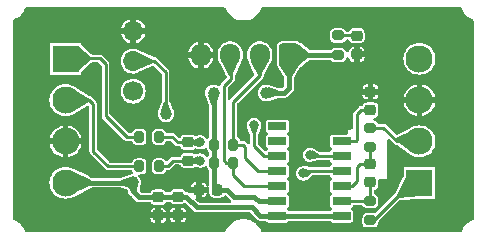
<source format=gtl>
G04 #@! TF.GenerationSoftware,KiCad,Pcbnew,8.0.0*
G04 #@! TF.CreationDate,2024-05-22T11:22:58+03:00*
G04 #@! TF.ProjectId,B-NAU7802-BRK-01MBR-R01,422d4e41-5537-4383-9032-2d42524b2d30,rev?*
G04 #@! TF.SameCoordinates,Original*
G04 #@! TF.FileFunction,Copper,L1,Top*
G04 #@! TF.FilePolarity,Positive*
%FSLAX46Y46*%
G04 Gerber Fmt 4.6, Leading zero omitted, Abs format (unit mm)*
G04 Created by KiCad (PCBNEW 8.0.0) date 2024-05-22 11:22:58*
%MOMM*%
%LPD*%
G01*
G04 APERTURE LIST*
G04 Aperture macros list*
%AMRoundRect*
0 Rectangle with rounded corners*
0 $1 Rounding radius*
0 $2 $3 $4 $5 $6 $7 $8 $9 X,Y pos of 4 corners*
0 Add a 4 corners polygon primitive as box body*
4,1,4,$2,$3,$4,$5,$6,$7,$8,$9,$2,$3,0*
0 Add four circle primitives for the rounded corners*
1,1,$1+$1,$2,$3*
1,1,$1+$1,$4,$5*
1,1,$1+$1,$6,$7*
1,1,$1+$1,$8,$9*
0 Add four rect primitives between the rounded corners*
20,1,$1+$1,$2,$3,$4,$5,0*
20,1,$1+$1,$4,$5,$6,$7,0*
20,1,$1+$1,$6,$7,$8,$9,0*
20,1,$1+$1,$8,$9,$2,$3,0*%
G04 Aperture macros list end*
G04 #@! TA.AperFunction,ComponentPad*
%ADD10R,2.300000X2.300000*%
G04 #@! TD*
G04 #@! TA.AperFunction,ComponentPad*
%ADD11C,2.300000*%
G04 #@! TD*
G04 #@! TA.AperFunction,SMDPad,CuDef*
%ADD12RoundRect,0.225000X0.225000X0.250000X-0.225000X0.250000X-0.225000X-0.250000X0.225000X-0.250000X0*%
G04 #@! TD*
G04 #@! TA.AperFunction,SMDPad,CuDef*
%ADD13RoundRect,0.200000X-0.200000X-0.275000X0.200000X-0.275000X0.200000X0.275000X-0.200000X0.275000X0*%
G04 #@! TD*
G04 #@! TA.AperFunction,SMDPad,CuDef*
%ADD14RoundRect,0.225000X-0.250000X0.225000X-0.250000X-0.225000X0.250000X-0.225000X0.250000X0.225000X0*%
G04 #@! TD*
G04 #@! TA.AperFunction,SMDPad,CuDef*
%ADD15R,1.525000X0.700000*%
G04 #@! TD*
G04 #@! TA.AperFunction,SMDPad,CuDef*
%ADD16RoundRect,0.225000X0.250000X-0.225000X0.250000X0.225000X-0.250000X0.225000X-0.250000X-0.225000X0*%
G04 #@! TD*
G04 #@! TA.AperFunction,SMDPad,CuDef*
%ADD17RoundRect,0.218750X0.256250X-0.218750X0.256250X0.218750X-0.256250X0.218750X-0.256250X-0.218750X0*%
G04 #@! TD*
G04 #@! TA.AperFunction,SMDPad,CuDef*
%ADD18RoundRect,0.200000X-0.275000X0.200000X-0.275000X-0.200000X0.275000X-0.200000X0.275000X0.200000X0*%
G04 #@! TD*
G04 #@! TA.AperFunction,SMDPad,CuDef*
%ADD19RoundRect,0.200000X0.275000X-0.200000X0.275000X0.200000X-0.275000X0.200000X-0.275000X-0.200000X0*%
G04 #@! TD*
G04 #@! TA.AperFunction,ComponentPad*
%ADD20C,1.700000*%
G04 #@! TD*
G04 #@! TA.AperFunction,ComponentPad*
%ADD21O,1.700000X1.700000*%
G04 #@! TD*
G04 #@! TA.AperFunction,ComponentPad*
%ADD22O,1.700000X1.950000*%
G04 #@! TD*
G04 #@! TA.AperFunction,ComponentPad*
%ADD23RoundRect,0.250000X-0.600000X-0.725000X0.600000X-0.725000X0.600000X0.725000X-0.600000X0.725000X0*%
G04 #@! TD*
G04 #@! TA.AperFunction,ViaPad*
%ADD24C,1.000000*%
G04 #@! TD*
G04 #@! TA.AperFunction,ViaPad*
%ADD25C,0.800000*%
G04 #@! TD*
G04 #@! TA.AperFunction,Conductor*
%ADD26C,0.250000*%
G04 #@! TD*
G04 #@! TA.AperFunction,Conductor*
%ADD27C,0.400000*%
G04 #@! TD*
G04 APERTURE END LIST*
D10*
X163040000Y-67690000D03*
D11*
X163040000Y-71190000D03*
X163040000Y-74690000D03*
X163040000Y-78190000D03*
D12*
X175880000Y-78780000D03*
X174330000Y-78780000D03*
D13*
X175605000Y-74970000D03*
X177255000Y-74970000D03*
D14*
X170900000Y-79405000D03*
X170900000Y-80955000D03*
D15*
X186410000Y-81010000D03*
X186410000Y-79740000D03*
X186410000Y-78470000D03*
X186410000Y-77200000D03*
X186410000Y-75930000D03*
X186410000Y-74660000D03*
X186410000Y-73390000D03*
X186410000Y-72120000D03*
X180986000Y-72120000D03*
X180986000Y-73390000D03*
X180986000Y-74660000D03*
X180986000Y-75930000D03*
X180986000Y-77200000D03*
X180986000Y-78470000D03*
X180986000Y-79740000D03*
X180986000Y-81010000D03*
D13*
X169295000Y-74300000D03*
X170945000Y-74300000D03*
D16*
X188860000Y-72040000D03*
X188860000Y-70490000D03*
D17*
X187690000Y-67317500D03*
X187690000Y-65742500D03*
D10*
X193010000Y-78190000D03*
D11*
X193010000Y-74690000D03*
X193010000Y-71190000D03*
X193010000Y-67690000D03*
D18*
X186120000Y-65725000D03*
X186120000Y-67375000D03*
D16*
X188850000Y-78170000D03*
X188850000Y-76620000D03*
D19*
X188850000Y-81380000D03*
X188850000Y-79730000D03*
D13*
X175605000Y-76500000D03*
X177255000Y-76500000D03*
D14*
X172560000Y-79375000D03*
X172560000Y-80925000D03*
D20*
X168770000Y-70430000D03*
D21*
X168770000Y-67890000D03*
X168770000Y-65350000D03*
D22*
X174480000Y-67385000D03*
X176980000Y-67385000D03*
X179480000Y-67385000D03*
D23*
X181980000Y-67385000D03*
D18*
X188850000Y-73520000D03*
X188850000Y-75170000D03*
D13*
X169295000Y-76810000D03*
X170945000Y-76810000D03*
D16*
X173440000Y-76315000D03*
X173440000Y-74765000D03*
D24*
X180030000Y-70580000D03*
X175570000Y-70590000D03*
X168720000Y-78170000D03*
D25*
X179000000Y-73300000D03*
D24*
X171550000Y-72360000D03*
D25*
X174450000Y-74770000D03*
X183730000Y-75820000D03*
X174430000Y-76310000D03*
X183170000Y-77410000D03*
D26*
X188850000Y-72030000D02*
X188860000Y-72040000D01*
X187690000Y-72390000D02*
X188050000Y-72030000D01*
X186467000Y-74660000D02*
X187610000Y-74660000D01*
X187610000Y-74660000D02*
X187690000Y-74580000D01*
X187690000Y-74580000D02*
X187690000Y-72390000D01*
X188050000Y-72030000D02*
X188850000Y-72030000D01*
D27*
X175605000Y-76500000D02*
X175605000Y-78505000D01*
X186120000Y-67375000D02*
X186110000Y-67385000D01*
X175570000Y-70590000D02*
X175590000Y-70610000D01*
X175605000Y-78505000D02*
X175880000Y-78780000D01*
X181570000Y-70580000D02*
X181980000Y-70170000D01*
X186110000Y-67385000D02*
X181980000Y-67385000D01*
X181980000Y-70170000D02*
X181980000Y-67385000D01*
X175590000Y-70610000D02*
X175590000Y-74955000D01*
X179040000Y-79370000D02*
X179410000Y-79740000D01*
X177310000Y-79370000D02*
X179040000Y-79370000D01*
X180030000Y-70580000D02*
X181570000Y-70580000D01*
X175880000Y-78780000D02*
X176720000Y-78780000D01*
X179410000Y-79740000D02*
X180986000Y-79740000D01*
X175605000Y-74970000D02*
X175605000Y-76500000D01*
X186120000Y-67375000D02*
X186095000Y-67400000D01*
X176720000Y-78780000D02*
X177310000Y-79370000D01*
X175590000Y-74955000D02*
X175605000Y-74970000D01*
D26*
X177250000Y-74965000D02*
X177255000Y-74970000D01*
X179480000Y-67385000D02*
X179480000Y-69100000D01*
X179495000Y-67400000D02*
X179480000Y-67385000D01*
X178260000Y-75170000D02*
X178260000Y-76100000D01*
X178260000Y-76100000D02*
X179360000Y-77200000D01*
X177250000Y-71330000D02*
X177250000Y-74965000D01*
X179360000Y-77200000D02*
X180986000Y-77200000D01*
X178060000Y-74970000D02*
X178260000Y-75170000D01*
X177255000Y-74970000D02*
X178060000Y-74970000D01*
X179480000Y-69100000D02*
X177250000Y-71330000D01*
X176630000Y-76500000D02*
X177255000Y-76500000D01*
X177255000Y-77535000D02*
X178190000Y-78470000D01*
X176980000Y-67385000D02*
X177030000Y-67435000D01*
X177030000Y-67435000D02*
X177030000Y-69420000D01*
X178190000Y-78470000D02*
X180986000Y-78470000D01*
X176430000Y-70020000D02*
X176430000Y-76300000D01*
X177255000Y-76500000D02*
X177255000Y-77535000D01*
X176430000Y-76300000D02*
X176630000Y-76500000D01*
X177030000Y-69420000D02*
X176430000Y-70020000D01*
D27*
X174150000Y-80270000D02*
X178790000Y-80270000D01*
X168720000Y-78170000D02*
X168700000Y-78190000D01*
X179520000Y-81000000D02*
X180976000Y-81000000D01*
X180986000Y-81010000D02*
X186410000Y-81010000D01*
X168700000Y-78190000D02*
X163040000Y-78190000D01*
X172530000Y-79405000D02*
X172560000Y-79375000D01*
X178790000Y-80270000D02*
X179520000Y-81000000D01*
X170900000Y-79405000D02*
X172530000Y-79405000D01*
X173255000Y-79375000D02*
X174150000Y-80270000D01*
X168720000Y-78170000D02*
X168720000Y-78870000D01*
X170885000Y-79420000D02*
X170900000Y-79405000D01*
X172560000Y-79375000D02*
X173255000Y-79375000D01*
X169270000Y-79420000D02*
X170885000Y-79420000D01*
X180976000Y-81000000D02*
X180986000Y-81010000D01*
X168720000Y-78870000D02*
X169270000Y-79420000D01*
D26*
X170560000Y-67890000D02*
X168770000Y-67890000D01*
X179000000Y-73300000D02*
X179000000Y-75070000D01*
X179000000Y-75070000D02*
X179860000Y-75930000D01*
X171550000Y-72360000D02*
X171510000Y-72320000D01*
X179860000Y-75930000D02*
X180986000Y-75930000D01*
X171510000Y-68840000D02*
X170560000Y-67890000D01*
X171510000Y-72320000D02*
X171510000Y-68840000D01*
X188850000Y-76620000D02*
X187980000Y-76620000D01*
X187750000Y-78020000D02*
X187300000Y-78470000D01*
X188850000Y-75170000D02*
X188850000Y-76620000D01*
X187750000Y-76850000D02*
X187750000Y-78020000D01*
X187980000Y-76620000D02*
X187750000Y-76850000D01*
X187300000Y-78470000D02*
X186467000Y-78470000D01*
X188850000Y-79730000D02*
X186420000Y-79730000D01*
X186420000Y-79730000D02*
X186410000Y-79740000D01*
X188850000Y-78170000D02*
X188850000Y-79730000D01*
X166430000Y-72510000D02*
X168220000Y-74300000D01*
X168220000Y-74300000D02*
X169295000Y-74300000D01*
X163040000Y-67690000D02*
X163060000Y-67670000D01*
X166430000Y-68150000D02*
X166430000Y-72510000D01*
X163060000Y-67670000D02*
X165950000Y-67670000D01*
X165950000Y-67670000D02*
X166430000Y-68150000D01*
X163040000Y-71190000D02*
X165040000Y-71190000D01*
X165040000Y-71190000D02*
X165390000Y-71540000D01*
X166640000Y-76810000D02*
X169295000Y-76810000D01*
X165390000Y-75560000D02*
X166640000Y-76810000D01*
X165390000Y-71540000D02*
X165390000Y-75560000D01*
X186120000Y-65725000D02*
X187672500Y-65725000D01*
X187832500Y-65455000D02*
X187850000Y-65472500D01*
X192320000Y-78190000D02*
X193010000Y-78190000D01*
X188850000Y-81380000D02*
X189130000Y-81380000D01*
X189130000Y-81380000D02*
X192320000Y-78190000D01*
X192990000Y-74440000D02*
X193020000Y-74470000D01*
X191120000Y-74690000D02*
X193010000Y-74690000D01*
X188850000Y-73520000D02*
X189950000Y-73520000D01*
X189950000Y-73520000D02*
X191120000Y-74690000D01*
X170945000Y-74300000D02*
X172080000Y-74300000D01*
X183840000Y-75930000D02*
X186410000Y-75930000D01*
X172545000Y-74765000D02*
X173440000Y-74765000D01*
X173440000Y-74765000D02*
X174445000Y-74765000D01*
X183730000Y-75820000D02*
X183840000Y-75930000D01*
X172080000Y-74300000D02*
X172545000Y-74765000D01*
X174445000Y-74765000D02*
X174450000Y-74770000D01*
X172175000Y-76315000D02*
X173440000Y-76315000D01*
X183380000Y-77200000D02*
X186410000Y-77200000D01*
X170945000Y-76810000D02*
X171680000Y-76810000D01*
X174425000Y-76315000D02*
X174430000Y-76310000D01*
X183170000Y-77410000D02*
X183380000Y-77200000D01*
X173440000Y-76315000D02*
X174425000Y-76315000D01*
X171680000Y-76810000D02*
X172175000Y-76315000D01*
G04 #@! TA.AperFunction,Conductor*
G36*
X183182684Y-77011127D02*
G01*
X183890851Y-77074052D01*
X183898788Y-77078198D01*
X183901515Y-77085706D01*
X183901515Y-77319462D01*
X183898088Y-77327735D01*
X183897233Y-77328510D01*
X183461025Y-77686134D01*
X183452454Y-77688729D01*
X183445348Y-77685374D01*
X183172453Y-77413441D01*
X183169012Y-77405174D01*
X183169012Y-77405124D01*
X183169206Y-77327735D01*
X183169968Y-77022752D01*
X183173416Y-77014488D01*
X183181697Y-77011082D01*
X183182684Y-77011127D01*
G37*
G04 #@! TD.AperFunction*
G04 #@! TA.AperFunction,Conductor*
G36*
X181988224Y-67392132D02*
G01*
X182804297Y-68199073D01*
X182807771Y-68207326D01*
X182805978Y-68213616D01*
X182183440Y-69204524D01*
X182176137Y-69209706D01*
X182173533Y-69210000D01*
X181786467Y-69210000D01*
X181778194Y-69206573D01*
X181776560Y-69204524D01*
X181154021Y-68213616D01*
X181152522Y-68204788D01*
X181155699Y-68199075D01*
X181971775Y-67392132D01*
X181980066Y-67388753D01*
X181988224Y-67392132D01*
G37*
G04 #@! TD.AperFunction*
G04 #@! TA.AperFunction,Conductor*
G36*
X183893290Y-75456342D02*
G01*
X183894555Y-75456961D01*
X184502194Y-75801638D01*
X184507698Y-75808700D01*
X184508120Y-75811814D01*
X184508120Y-76045550D01*
X184504693Y-76053823D01*
X184498882Y-76056988D01*
X183892588Y-76187503D01*
X183883779Y-76185894D01*
X183879327Y-76180567D01*
X183877636Y-76176512D01*
X183730875Y-75824499D01*
X183730855Y-75815550D01*
X183877991Y-75462636D01*
X183884336Y-75456321D01*
X183893290Y-75456342D01*
G37*
G04 #@! TD.AperFunction*
G04 #@! TA.AperFunction,Conductor*
G36*
X179359109Y-73448719D02*
G01*
X179365427Y-73455066D01*
X179365551Y-73463655D01*
X179127859Y-74092437D01*
X179121728Y-74098964D01*
X179116915Y-74100000D01*
X178883085Y-74100000D01*
X178874812Y-74096573D01*
X178872141Y-74092437D01*
X178634448Y-73463655D01*
X178634728Y-73454705D01*
X178640889Y-73448719D01*
X178995500Y-73300875D01*
X179004449Y-73300855D01*
X179359109Y-73448719D01*
G37*
G04 #@! TD.AperFunction*
G04 #@! TA.AperFunction,Conductor*
G36*
X169205888Y-78169980D02*
G01*
X169214156Y-78173419D01*
X169217571Y-78181697D01*
X169217365Y-78183864D01*
X169074225Y-78937169D01*
X169071004Y-78943258D01*
X168801165Y-79213097D01*
X168792892Y-79216524D01*
X168784619Y-79213097D01*
X168782938Y-79210973D01*
X168617551Y-78943258D01*
X168265272Y-78373016D01*
X168263839Y-78364177D01*
X168269077Y-78356913D01*
X168270720Y-78356070D01*
X168717128Y-78170194D01*
X168721637Y-78169296D01*
X169205888Y-78169980D01*
G37*
G04 #@! TD.AperFunction*
G04 #@! TA.AperFunction,Conductor*
G36*
X168527174Y-77712211D02*
G01*
X168532903Y-77718257D01*
X168719127Y-78165503D01*
X168719144Y-78174457D01*
X168719127Y-78174497D01*
X168532716Y-78622191D01*
X168526372Y-78628512D01*
X168518546Y-78628899D01*
X167732309Y-78392504D01*
X167725373Y-78386840D01*
X167723978Y-78381299D01*
X167723978Y-77998298D01*
X167727405Y-77990025D01*
X167731808Y-77987256D01*
X168518234Y-77711712D01*
X168527174Y-77712211D01*
G37*
G04 #@! TD.AperFunction*
G04 #@! TA.AperFunction,Conductor*
G36*
X174275249Y-75944769D02*
G01*
X174281312Y-75950966D01*
X174429123Y-76305498D01*
X174429144Y-76314452D01*
X174429123Y-76314502D01*
X174281253Y-76669174D01*
X174274906Y-76675492D01*
X174266386Y-76675642D01*
X173638627Y-76442830D01*
X173632061Y-76436740D01*
X173630995Y-76431860D01*
X173630995Y-76198022D01*
X173634422Y-76189749D01*
X173638476Y-76187109D01*
X174266299Y-75944554D01*
X174275249Y-75944769D01*
G37*
G04 #@! TD.AperFunction*
G04 #@! TA.AperFunction,Conductor*
G36*
X182799651Y-66541055D02*
G01*
X183675207Y-67181494D01*
X183679862Y-67189144D01*
X183680000Y-67190937D01*
X183680000Y-67579062D01*
X183676573Y-67587335D01*
X183675207Y-67588505D01*
X182799651Y-68228944D01*
X182790951Y-68231063D01*
X182784286Y-68227585D01*
X182170146Y-67585000D01*
X181986725Y-67393083D01*
X181983487Y-67384735D01*
X181986726Y-67376916D01*
X182166186Y-67189144D01*
X182784288Y-66542413D01*
X182792479Y-66538801D01*
X182799651Y-66541055D01*
G37*
G04 #@! TD.AperFunction*
G04 #@! TA.AperFunction,Conductor*
G36*
X191869845Y-77735382D02*
G01*
X193003660Y-78186489D01*
X193010080Y-78192731D01*
X193011025Y-78196868D01*
X193058665Y-79328495D01*
X193055589Y-79336905D01*
X193047653Y-79340667D01*
X191246521Y-79445190D01*
X191238063Y-79442249D01*
X191237570Y-79441783D01*
X191070555Y-79274768D01*
X191067128Y-79266495D01*
X191068436Y-79261121D01*
X191855130Y-77740874D01*
X191861975Y-77735103D01*
X191869845Y-77735382D01*
G37*
G04 #@! TD.AperFunction*
G04 #@! TA.AperFunction,Conductor*
G36*
X179488260Y-67390689D02*
G01*
X180179516Y-67976109D01*
X180183615Y-67984070D01*
X180182258Y-67990581D01*
X179509607Y-69240767D01*
X179502670Y-69246428D01*
X179493760Y-69245526D01*
X179491031Y-69243496D01*
X179326708Y-69079173D01*
X179324533Y-69076165D01*
X178777405Y-67990478D01*
X178776742Y-67981548D01*
X178780300Y-67976277D01*
X179473138Y-67390690D01*
X179473148Y-67390681D01*
X179481678Y-67387959D01*
X179488260Y-67390689D01*
G37*
G04 #@! TD.AperFunction*
G04 #@! TA.AperFunction,Conductor*
G36*
X174295334Y-74404693D02*
G01*
X174301253Y-74410825D01*
X174449123Y-74765498D01*
X174449144Y-74774452D01*
X174449123Y-74774502D01*
X174301312Y-75129033D01*
X174294965Y-75135351D01*
X174286297Y-75135445D01*
X173658479Y-74892891D01*
X173651996Y-74886713D01*
X173650995Y-74881977D01*
X173650995Y-74648139D01*
X173654422Y-74639866D01*
X173658624Y-74637170D01*
X174286386Y-74404357D01*
X174295334Y-74404693D01*
G37*
G04 #@! TD.AperFunction*
G04 #@! TA.AperFunction,Conductor*
G36*
X181021906Y-70377378D02*
G01*
X181028720Y-70383187D01*
X181030000Y-70388508D01*
X181030000Y-70771491D01*
X181026573Y-70779764D01*
X181021905Y-70782622D01*
X180231601Y-71038616D01*
X180222675Y-71037905D01*
X180217196Y-71031983D01*
X180030871Y-70584495D01*
X180030855Y-70575544D01*
X180217196Y-70128015D01*
X180223539Y-70121696D01*
X180231601Y-70121383D01*
X181021906Y-70377378D01*
G37*
G04 #@! TD.AperFunction*
G04 #@! TA.AperFunction,Conductor*
G36*
X171635849Y-71371383D02*
G01*
X171638162Y-71374673D01*
X172006725Y-72157580D01*
X172007148Y-72166524D01*
X172001122Y-72173149D01*
X172000636Y-72173364D01*
X171554497Y-72359127D01*
X171545543Y-72359144D01*
X171545503Y-72359127D01*
X171098443Y-72172981D01*
X171092122Y-72166637D01*
X171091970Y-72158114D01*
X171382170Y-71375588D01*
X171388260Y-71369022D01*
X171393140Y-71367956D01*
X171627576Y-71367956D01*
X171635849Y-71371383D01*
G37*
G04 #@! TD.AperFunction*
G04 #@! TA.AperFunction,Conductor*
G36*
X169105836Y-67109791D02*
G01*
X169106413Y-67110049D01*
X170463366Y-67761814D01*
X170469339Y-67768484D01*
X170470000Y-67772360D01*
X170470000Y-68007639D01*
X170466573Y-68015912D01*
X170463366Y-68018186D01*
X169106413Y-68669950D01*
X169097471Y-68670442D01*
X169090800Y-68664469D01*
X169090542Y-68663892D01*
X168770865Y-67894489D01*
X168770856Y-67885534D01*
X168770865Y-67885511D01*
X169090542Y-67116107D01*
X169096881Y-67109782D01*
X169105836Y-67109791D01*
G37*
G04 #@! TD.AperFunction*
G04 #@! TA.AperFunction,Conductor*
G36*
X164197710Y-66685929D02*
G01*
X165185958Y-67541501D01*
X165189970Y-67549506D01*
X165190000Y-67550346D01*
X165190000Y-67789728D01*
X165186573Y-67798001D01*
X165186051Y-67798492D01*
X164197642Y-68672582D01*
X164189174Y-68675496D01*
X164182264Y-68672691D01*
X163049212Y-67698777D01*
X163045172Y-67690785D01*
X163047966Y-67682277D01*
X163049111Y-67681120D01*
X164182335Y-66685984D01*
X164190812Y-66683101D01*
X164197710Y-66685929D01*
G37*
G04 #@! TD.AperFunction*
G04 #@! TA.AperFunction,Conductor*
G36*
X175853046Y-70706854D02*
G01*
X176022191Y-70777283D01*
X176028512Y-70783627D01*
X176028899Y-70791453D01*
X175792505Y-71577691D01*
X175786841Y-71584627D01*
X175781300Y-71586022D01*
X175398298Y-71586022D01*
X175390025Y-71582595D01*
X175387256Y-71578191D01*
X175111712Y-70791766D01*
X175112211Y-70782825D01*
X175118257Y-70777096D01*
X175565504Y-70590871D01*
X175574455Y-70590855D01*
X175853046Y-70706854D01*
G37*
G04 #@! TD.AperFunction*
G04 #@! TA.AperFunction,Conductor*
G36*
X192440568Y-73703710D02*
G01*
X193007069Y-74684410D01*
X193008240Y-74693288D01*
X193006670Y-74696756D01*
X192384918Y-75628569D01*
X192377476Y-75633549D01*
X192368692Y-75631807D01*
X192368594Y-75631741D01*
X190992555Y-74693288D01*
X190859427Y-74602495D01*
X190854524Y-74595004D01*
X190856354Y-74586238D01*
X190857742Y-74584562D01*
X191023244Y-74419060D01*
X191026170Y-74416928D01*
X192425097Y-73699151D01*
X192434021Y-73698424D01*
X192440568Y-73703710D01*
G37*
G04 #@! TD.AperFunction*
G04 #@! TA.AperFunction,Conductor*
G36*
X163624868Y-77199057D02*
G01*
X165183577Y-77986754D01*
X165189415Y-77993544D01*
X165190000Y-77997196D01*
X165190000Y-78382803D01*
X165186573Y-78391076D01*
X165183577Y-78393245D01*
X163624869Y-79180941D01*
X163615940Y-79181614D01*
X163609464Y-79176357D01*
X163042388Y-78195858D01*
X163041212Y-78186980D01*
X163042388Y-78184142D01*
X163156548Y-77986754D01*
X163609465Y-77203641D01*
X163616572Y-77198196D01*
X163624868Y-77199057D01*
G37*
G04 #@! TD.AperFunction*
G04 #@! TA.AperFunction,Conductor*
G36*
X163654244Y-70224845D02*
G01*
X165221938Y-71199892D01*
X165227153Y-71207170D01*
X165225693Y-71216005D01*
X165224031Y-71218099D01*
X165058837Y-71383293D01*
X165056246Y-71385248D01*
X163625057Y-72180341D01*
X163616161Y-72181363D01*
X163609244Y-72175965D01*
X163152486Y-71385248D01*
X163042804Y-71195372D01*
X163041634Y-71186496D01*
X163043004Y-71183338D01*
X163638136Y-70228590D01*
X163645421Y-70223383D01*
X163654244Y-70224845D01*
G37*
G04 #@! TD.AperFunction*
G04 #@! TA.AperFunction,Conductor*
G36*
X176987558Y-67390397D02*
G01*
X177680086Y-67976595D01*
X177684187Y-67984555D01*
X177683240Y-67990228D01*
X177158071Y-69186670D01*
X177151608Y-69192868D01*
X177147358Y-69193667D01*
X176912094Y-69193667D01*
X176903821Y-69190240D01*
X176901720Y-69187377D01*
X176787775Y-68968879D01*
X176277575Y-67990528D01*
X176276789Y-67981610D01*
X176280389Y-67976192D01*
X176972441Y-67390397D01*
X176980970Y-67387668D01*
X176987558Y-67390397D01*
G37*
G04 #@! TD.AperFunction*
G04 #@! TA.AperFunction,Conductor*
G36*
X176555487Y-63370146D02*
G01*
X176601242Y-63422950D01*
X176606780Y-63437399D01*
X176608358Y-63442438D01*
X176608358Y-63442439D01*
X176637783Y-63502945D01*
X176712909Y-63657427D01*
X176848234Y-63854501D01*
X177011331Y-64029288D01*
X177198580Y-64177911D01*
X177405828Y-64297071D01*
X177628477Y-64384126D01*
X177628482Y-64384127D01*
X177628485Y-64384128D01*
X177721721Y-64405333D01*
X177861587Y-64437144D01*
X178099986Y-64454948D01*
X178338385Y-64437144D01*
X178571495Y-64384126D01*
X178794143Y-64297071D01*
X179001392Y-64177911D01*
X179188641Y-64029288D01*
X179351738Y-63854501D01*
X179487063Y-63657427D01*
X179591614Y-63442438D01*
X179593192Y-63437397D01*
X179632014Y-63379308D01*
X179696080Y-63351427D01*
X179711524Y-63350461D01*
X196488679Y-63350461D01*
X196555718Y-63370146D01*
X196601139Y-63422223D01*
X196695857Y-63626137D01*
X196804287Y-63793437D01*
X196818101Y-63814750D01*
X196965507Y-63984430D01*
X196965509Y-63984431D01*
X196965511Y-63984434D01*
X197135179Y-64131845D01*
X197135181Y-64131846D01*
X197323781Y-64254098D01*
X197323788Y-64254102D01*
X197527728Y-64348845D01*
X197580234Y-64394942D01*
X197599485Y-64461302D01*
X197599485Y-81238637D01*
X197579800Y-81305676D01*
X197527726Y-81351095D01*
X197323803Y-81445824D01*
X197135189Y-81568074D01*
X197135184Y-81568078D01*
X196965514Y-81715480D01*
X196818098Y-81885157D01*
X196695849Y-82073758D01*
X196601102Y-82277705D01*
X196555004Y-82330210D01*
X196488645Y-82349461D01*
X179711526Y-82349461D01*
X179644487Y-82329776D01*
X179598732Y-82276972D01*
X179593197Y-82262530D01*
X179591620Y-82257498D01*
X179591617Y-82257492D01*
X179591615Y-82257483D01*
X179562116Y-82196823D01*
X179487067Y-82042499D01*
X179487064Y-82042494D01*
X179351739Y-81845420D01*
X179188642Y-81670632D01*
X179139467Y-81631601D01*
X179114163Y-81611517D01*
X188174500Y-81611517D01*
X188185292Y-81679657D01*
X188189354Y-81705304D01*
X188246950Y-81818342D01*
X188246952Y-81818344D01*
X188246954Y-81818347D01*
X188336652Y-81908045D01*
X188336654Y-81908046D01*
X188336658Y-81908050D01*
X188449694Y-81965645D01*
X188449698Y-81965647D01*
X188543475Y-81980499D01*
X188543481Y-81980500D01*
X189156518Y-81980499D01*
X189250304Y-81965646D01*
X189363342Y-81908050D01*
X189453050Y-81818342D01*
X189510646Y-81705304D01*
X189510646Y-81705302D01*
X189510647Y-81705301D01*
X189525499Y-81611524D01*
X189525500Y-81611519D01*
X189525499Y-81496187D01*
X189545183Y-81429149D01*
X189561813Y-81408512D01*
X191290399Y-79679926D01*
X191351720Y-79646443D01*
X191370886Y-79643817D01*
X193059559Y-79545822D01*
X193065257Y-79544364D01*
X193095974Y-79540500D01*
X194179750Y-79540500D01*
X194179751Y-79540499D01*
X194194568Y-79537552D01*
X194238229Y-79528868D01*
X194238229Y-79528867D01*
X194238231Y-79528867D01*
X194304552Y-79484552D01*
X194348867Y-79418231D01*
X194348867Y-79418229D01*
X194348868Y-79418229D01*
X194360499Y-79359752D01*
X194360500Y-79359750D01*
X194360500Y-77020249D01*
X194360499Y-77020247D01*
X194348868Y-76961770D01*
X194348867Y-76961769D01*
X194304552Y-76895447D01*
X194238230Y-76851132D01*
X194238229Y-76851131D01*
X194179752Y-76839500D01*
X194179748Y-76839500D01*
X191840252Y-76839500D01*
X191840247Y-76839500D01*
X191781770Y-76851131D01*
X191781769Y-76851132D01*
X191715447Y-76895447D01*
X191671132Y-76961769D01*
X191671131Y-76961770D01*
X191659500Y-77020247D01*
X191659500Y-77641597D01*
X191645628Y-77698586D01*
X190897907Y-79143519D01*
X190875460Y-79174211D01*
X189299308Y-80750363D01*
X189237985Y-80783848D01*
X189192229Y-80785155D01*
X189156524Y-80779500D01*
X188543482Y-80779500D01*
X188462519Y-80792323D01*
X188449696Y-80794354D01*
X188336658Y-80851950D01*
X188336657Y-80851951D01*
X188336652Y-80851954D01*
X188246954Y-80941652D01*
X188246951Y-80941657D01*
X188189352Y-81054698D01*
X188174500Y-81148475D01*
X188174500Y-81611517D01*
X179114163Y-81611517D01*
X179001395Y-81522011D01*
X178947351Y-81490938D01*
X178794144Y-81402849D01*
X178658551Y-81349832D01*
X178571496Y-81315794D01*
X178571486Y-81315791D01*
X178338396Y-81262778D01*
X178338388Y-81262776D01*
X178099986Y-81244972D01*
X177861583Y-81262776D01*
X177861575Y-81262778D01*
X177628485Y-81315791D01*
X177628474Y-81315794D01*
X177464899Y-81379752D01*
X177405827Y-81402849D01*
X177405825Y-81402849D01*
X177405825Y-81402850D01*
X177198577Y-81522011D01*
X177198576Y-81522011D01*
X177011333Y-81670629D01*
X177011331Y-81670631D01*
X176848232Y-81845421D01*
X176712906Y-82042498D01*
X176608357Y-82257481D01*
X176608351Y-82257496D01*
X176606775Y-82262530D01*
X176567950Y-82320620D01*
X176503882Y-82348496D01*
X176488446Y-82349461D01*
X159711371Y-82349461D01*
X159644332Y-82329776D01*
X159598914Y-82277705D01*
X159598860Y-82277589D01*
X159598859Y-82277585D01*
X159504157Y-82073740D01*
X159381898Y-81885130D01*
X159287092Y-81776010D01*
X159234485Y-81715460D01*
X159234482Y-81715458D01*
X159234481Y-81715456D01*
X159064833Y-81568078D01*
X159064797Y-81568047D01*
X158876180Y-81445798D01*
X158672247Y-81351070D01*
X158619739Y-81304975D01*
X158600485Y-81238610D01*
X158600485Y-81205000D01*
X170225001Y-81205000D01*
X170225001Y-81213449D01*
X170240762Y-81312967D01*
X170301883Y-81432923D01*
X170301886Y-81432928D01*
X170397071Y-81528113D01*
X170397076Y-81528116D01*
X170517034Y-81589239D01*
X170517033Y-81589239D01*
X170616543Y-81604999D01*
X170650000Y-81604998D01*
X170650000Y-81205000D01*
X171150000Y-81205000D01*
X171150000Y-81604999D01*
X171183449Y-81604999D01*
X171282967Y-81589237D01*
X171402923Y-81528116D01*
X171402928Y-81528113D01*
X171498113Y-81432928D01*
X171498116Y-81432923D01*
X171559239Y-81312966D01*
X171575000Y-81213456D01*
X171575000Y-81205000D01*
X171150000Y-81205000D01*
X170650000Y-81205000D01*
X170225001Y-81205000D01*
X158600485Y-81205000D01*
X158600485Y-81175000D01*
X171885001Y-81175000D01*
X171885001Y-81183449D01*
X171900762Y-81282967D01*
X171961883Y-81402923D01*
X171961886Y-81402928D01*
X172057071Y-81498113D01*
X172057076Y-81498116D01*
X172177034Y-81559239D01*
X172177033Y-81559239D01*
X172276543Y-81574999D01*
X172310000Y-81574998D01*
X172310000Y-81175000D01*
X172810000Y-81175000D01*
X172810000Y-81574999D01*
X172843449Y-81574999D01*
X172942967Y-81559237D01*
X173062923Y-81498116D01*
X173062928Y-81498113D01*
X173158113Y-81402928D01*
X173158116Y-81402923D01*
X173219239Y-81282966D01*
X173235000Y-81183456D01*
X173235000Y-81175000D01*
X172810000Y-81175000D01*
X172310000Y-81175000D01*
X171885001Y-81175000D01*
X158600485Y-81175000D01*
X158600485Y-80705000D01*
X170225000Y-80705000D01*
X170650000Y-80705000D01*
X170650000Y-80305000D01*
X171150000Y-80305000D01*
X171150000Y-80705000D01*
X171574999Y-80705000D01*
X171574999Y-80696550D01*
X171571586Y-80675000D01*
X171885000Y-80675000D01*
X172310000Y-80675000D01*
X172310000Y-80275000D01*
X172810000Y-80275000D01*
X172810000Y-80675000D01*
X173234999Y-80675000D01*
X173234999Y-80666550D01*
X173219237Y-80567032D01*
X173158116Y-80447076D01*
X173158113Y-80447071D01*
X173062928Y-80351886D01*
X173062923Y-80351883D01*
X172942965Y-80290760D01*
X172942966Y-80290760D01*
X172843456Y-80275000D01*
X172810000Y-80275000D01*
X172310000Y-80275000D01*
X172310000Y-80274999D01*
X172276555Y-80275000D01*
X172177032Y-80290762D01*
X172057076Y-80351883D01*
X172057071Y-80351886D01*
X171961886Y-80447071D01*
X171961883Y-80447076D01*
X171900760Y-80567033D01*
X171885000Y-80666543D01*
X171885000Y-80675000D01*
X171571586Y-80675000D01*
X171559237Y-80597032D01*
X171498116Y-80477076D01*
X171498113Y-80477071D01*
X171402928Y-80381886D01*
X171402923Y-80381883D01*
X171282965Y-80320760D01*
X171282966Y-80320760D01*
X171183456Y-80305000D01*
X171150000Y-80305000D01*
X170650000Y-80305000D01*
X170650000Y-80304999D01*
X170616555Y-80305000D01*
X170517032Y-80320762D01*
X170397076Y-80381883D01*
X170397071Y-80381886D01*
X170301886Y-80477071D01*
X170301883Y-80477076D01*
X170240760Y-80597033D01*
X170225000Y-80696543D01*
X170225000Y-80705000D01*
X158600485Y-80705000D01*
X158600485Y-78190000D01*
X161684341Y-78190000D01*
X161704936Y-78425403D01*
X161704938Y-78425413D01*
X161766094Y-78653655D01*
X161766096Y-78653659D01*
X161766097Y-78653663D01*
X161834141Y-78799583D01*
X161865965Y-78867830D01*
X161865967Y-78867834D01*
X161959841Y-79001899D01*
X162001505Y-79061401D01*
X162168599Y-79228495D01*
X162258804Y-79291657D01*
X162362165Y-79364032D01*
X162362167Y-79364033D01*
X162362170Y-79364035D01*
X162576337Y-79463903D01*
X162804592Y-79525063D01*
X162981034Y-79540500D01*
X163039999Y-79545659D01*
X163040000Y-79545659D01*
X163040001Y-79545659D01*
X163098966Y-79540500D01*
X163275408Y-79525063D01*
X163503663Y-79463903D01*
X163711430Y-79367018D01*
X163716837Y-79364714D01*
X163717554Y-79364351D01*
X163717556Y-79364351D01*
X165222491Y-78603828D01*
X165278419Y-78590500D01*
X167658888Y-78590500D01*
X167694591Y-78595750D01*
X168175292Y-78740281D01*
X168222727Y-78754543D01*
X168281259Y-78792697D01*
X168292514Y-78808118D01*
X168300991Y-78821839D01*
X168319500Y-78887013D01*
X168319500Y-78922727D01*
X168326758Y-78949815D01*
X168346793Y-79024589D01*
X168368044Y-79061395D01*
X168399520Y-79115913D01*
X168399522Y-79115915D01*
X168615698Y-79332091D01*
X168622904Y-79339945D01*
X168623479Y-79340628D01*
X168631387Y-79350028D01*
X168631393Y-79350032D01*
X168632793Y-79351322D01*
X168646523Y-79362916D01*
X168949519Y-79665912D01*
X168949520Y-79665913D01*
X169024087Y-79740480D01*
X169115413Y-79793207D01*
X169217273Y-79820500D01*
X169322727Y-79820500D01*
X170193527Y-79820500D01*
X170260566Y-79840185D01*
X170293693Y-79876802D01*
X170295732Y-79875321D01*
X170301467Y-79883214D01*
X170301470Y-79883217D01*
X170301472Y-79883220D01*
X170396780Y-79978528D01*
X170516874Y-80039719D01*
X170516876Y-80039719D01*
X170516878Y-80039720D01*
X170616507Y-80055500D01*
X170616512Y-80055500D01*
X171183493Y-80055500D01*
X171283121Y-80039720D01*
X171283121Y-80039719D01*
X171283126Y-80039719D01*
X171403220Y-79978528D01*
X171498528Y-79883220D01*
X171503630Y-79873205D01*
X171551604Y-79822410D01*
X171614115Y-79805500D01*
X171863620Y-79805500D01*
X171930659Y-79825185D01*
X171953826Y-79847064D01*
X171954571Y-79846320D01*
X172056774Y-79948523D01*
X172056778Y-79948526D01*
X172056780Y-79948528D01*
X172176874Y-80009719D01*
X172176876Y-80009719D01*
X172176878Y-80009720D01*
X172276507Y-80025500D01*
X172276512Y-80025500D01*
X172843493Y-80025500D01*
X172943121Y-80009720D01*
X172943121Y-80009719D01*
X172943126Y-80009719D01*
X173063220Y-79948528D01*
X173074995Y-79936752D01*
X173136312Y-79903267D01*
X173206004Y-79908248D01*
X173250358Y-79936751D01*
X173904087Y-80590480D01*
X173983174Y-80636141D01*
X173990288Y-80640249D01*
X173995412Y-80643207D01*
X174097273Y-80670500D01*
X174202727Y-80670500D01*
X178572745Y-80670500D01*
X178639784Y-80690185D01*
X178660426Y-80706819D01*
X179274087Y-81320480D01*
X179365412Y-81373207D01*
X179467273Y-81400500D01*
X179572727Y-81400500D01*
X179943143Y-81400500D01*
X180010182Y-81420185D01*
X180046245Y-81455609D01*
X180078947Y-81504552D01*
X180145269Y-81548867D01*
X180145270Y-81548868D01*
X180203747Y-81560499D01*
X180203750Y-81560500D01*
X180203752Y-81560500D01*
X181768250Y-81560500D01*
X181768251Y-81560499D01*
X181783068Y-81557552D01*
X181826729Y-81548868D01*
X181826729Y-81548867D01*
X181826731Y-81548867D01*
X181893052Y-81504552D01*
X181893053Y-81504551D01*
X181919075Y-81465608D01*
X181972687Y-81420804D01*
X182022176Y-81410500D01*
X185373824Y-81410500D01*
X185440863Y-81430185D01*
X185476925Y-81465608D01*
X185502946Y-81504551D01*
X185569269Y-81548867D01*
X185569270Y-81548868D01*
X185627747Y-81560499D01*
X185627750Y-81560500D01*
X185627752Y-81560500D01*
X187192250Y-81560500D01*
X187192251Y-81560499D01*
X187207068Y-81557552D01*
X187250729Y-81548868D01*
X187250729Y-81548867D01*
X187250731Y-81548867D01*
X187317052Y-81504552D01*
X187361367Y-81438231D01*
X187361367Y-81438229D01*
X187361368Y-81438229D01*
X187372999Y-81379752D01*
X187373000Y-81379750D01*
X187373000Y-80640249D01*
X187372999Y-80640247D01*
X187361368Y-80581770D01*
X187361367Y-80581769D01*
X187317052Y-80515447D01*
X187261161Y-80478102D01*
X187216356Y-80424489D01*
X187207649Y-80355164D01*
X187237804Y-80292137D01*
X187261161Y-80271898D01*
X187317052Y-80234552D01*
X187361289Y-80168347D01*
X187361367Y-80168231D01*
X187361367Y-80168229D01*
X187361368Y-80168229D01*
X187363938Y-80155309D01*
X187396322Y-80093398D01*
X187457038Y-80058824D01*
X187485555Y-80055500D01*
X188113467Y-80055500D01*
X188180506Y-80075185D01*
X188223950Y-80123203D01*
X188246950Y-80168342D01*
X188246952Y-80168344D01*
X188246954Y-80168347D01*
X188336652Y-80258045D01*
X188336654Y-80258046D01*
X188336658Y-80258050D01*
X188449694Y-80315645D01*
X188449698Y-80315647D01*
X188543475Y-80330499D01*
X188543481Y-80330500D01*
X189156518Y-80330499D01*
X189250304Y-80315646D01*
X189363342Y-80258050D01*
X189453050Y-80168342D01*
X189510646Y-80055304D01*
X189510646Y-80055302D01*
X189510647Y-80055301D01*
X189525499Y-79961524D01*
X189525500Y-79961519D01*
X189525499Y-79498482D01*
X189510646Y-79404696D01*
X189453050Y-79291658D01*
X189453046Y-79291654D01*
X189453045Y-79291652D01*
X189363347Y-79201954D01*
X189363344Y-79201952D01*
X189363342Y-79201950D01*
X189250304Y-79144354D01*
X189250303Y-79144353D01*
X189243205Y-79140737D01*
X189192409Y-79092762D01*
X189175500Y-79030252D01*
X189175500Y-78910068D01*
X189195185Y-78843029D01*
X189243203Y-78799584D01*
X189353220Y-78743528D01*
X189448528Y-78648220D01*
X189509719Y-78528126D01*
X189509720Y-78528121D01*
X189525500Y-78428493D01*
X189525500Y-77974000D01*
X189545185Y-77906961D01*
X189597989Y-77861206D01*
X189649500Y-77850000D01*
X190270000Y-77850000D01*
X190270000Y-74599689D01*
X190289685Y-74532650D01*
X190342489Y-74486895D01*
X190411647Y-74476951D01*
X190475203Y-74505976D01*
X190481681Y-74512008D01*
X190920138Y-74950465D01*
X190994361Y-74993318D01*
X191077147Y-75015500D01*
X191077148Y-75015500D01*
X191084997Y-75017603D01*
X191084742Y-75018553D01*
X191130216Y-75035913D01*
X192051903Y-75664500D01*
X192113690Y-75706638D01*
X192131505Y-75721401D01*
X192138599Y-75728495D01*
X192187913Y-75763025D01*
X192332165Y-75864032D01*
X192332167Y-75864033D01*
X192332170Y-75864035D01*
X192546337Y-75963903D01*
X192546343Y-75963904D01*
X192546344Y-75963905D01*
X192578761Y-75972591D01*
X192774592Y-76025063D01*
X192962918Y-76041539D01*
X193009999Y-76045659D01*
X193010000Y-76045659D01*
X193010001Y-76045659D01*
X193049234Y-76042226D01*
X193245408Y-76025063D01*
X193473663Y-75963903D01*
X193687830Y-75864035D01*
X193881401Y-75728495D01*
X194048495Y-75561401D01*
X194184035Y-75367830D01*
X194283903Y-75153663D01*
X194345063Y-74925408D01*
X194365659Y-74690000D01*
X194345063Y-74454592D01*
X194285359Y-74231770D01*
X194283905Y-74226344D01*
X194283904Y-74226343D01*
X194283903Y-74226337D01*
X194184035Y-74012171D01*
X194170949Y-73993481D01*
X194048494Y-73818597D01*
X193881402Y-73651506D01*
X193881395Y-73651501D01*
X193864047Y-73639354D01*
X193842521Y-73624281D01*
X193687834Y-73515967D01*
X193687830Y-73515965D01*
X193654157Y-73500263D01*
X193473663Y-73416097D01*
X193473659Y-73416096D01*
X193473655Y-73416094D01*
X193245413Y-73354938D01*
X193245403Y-73354936D01*
X193010001Y-73334341D01*
X193009999Y-73334341D01*
X192774596Y-73354936D01*
X192774586Y-73354938D01*
X192546344Y-73416094D01*
X192546335Y-73416098D01*
X192335545Y-73514391D01*
X192332364Y-73515759D01*
X192331996Y-73515949D01*
X192331546Y-73516169D01*
X192331222Y-73516345D01*
X191139684Y-74127713D01*
X191071051Y-74140804D01*
X191006237Y-74114710D01*
X190995396Y-74105069D01*
X190149864Y-73259537D01*
X190149862Y-73259535D01*
X190112750Y-73238108D01*
X190075640Y-73216682D01*
X189993584Y-73194696D01*
X189992853Y-73194500D01*
X189992852Y-73194500D01*
X189586533Y-73194500D01*
X189519494Y-73174815D01*
X189476049Y-73126796D01*
X189453050Y-73081658D01*
X189453046Y-73081654D01*
X189453045Y-73081652D01*
X189363347Y-72991954D01*
X189363344Y-72991952D01*
X189363342Y-72991950D01*
X189286517Y-72952805D01*
X189250301Y-72934352D01*
X189200348Y-72926441D01*
X189137213Y-72896512D01*
X189100282Y-72837200D01*
X189101280Y-72767338D01*
X189139890Y-72709105D01*
X189200348Y-72681495D01*
X189243121Y-72674720D01*
X189243121Y-72674719D01*
X189243126Y-72674719D01*
X189363220Y-72613528D01*
X189458528Y-72518220D01*
X189519719Y-72398126D01*
X189519720Y-72398121D01*
X189535500Y-72298493D01*
X189535500Y-71781506D01*
X189519720Y-71681878D01*
X189519719Y-71681876D01*
X189519719Y-71681874D01*
X189458528Y-71561780D01*
X189458526Y-71561778D01*
X189458523Y-71561774D01*
X189363225Y-71466476D01*
X189363221Y-71466473D01*
X189363220Y-71466472D01*
X189311266Y-71440000D01*
X191679364Y-71440000D01*
X191736567Y-71653486D01*
X191736570Y-71653492D01*
X191836399Y-71867578D01*
X191971894Y-72061082D01*
X192138917Y-72228105D01*
X192332421Y-72363600D01*
X192546507Y-72463429D01*
X192546516Y-72463433D01*
X192760000Y-72520634D01*
X192760000Y-71738482D01*
X192778409Y-71749111D01*
X192931009Y-71790000D01*
X193088991Y-71790000D01*
X193241591Y-71749111D01*
X193260000Y-71738482D01*
X193260000Y-72520633D01*
X193473483Y-72463433D01*
X193473492Y-72463429D01*
X193687578Y-72363600D01*
X193881082Y-72228105D01*
X194048105Y-72061082D01*
X194183600Y-71867578D01*
X194283429Y-71653492D01*
X194283432Y-71653486D01*
X194340636Y-71440000D01*
X193558482Y-71440000D01*
X193569111Y-71421591D01*
X193610000Y-71268991D01*
X193610000Y-71111009D01*
X193569111Y-70958409D01*
X193558482Y-70940000D01*
X194340636Y-70940000D01*
X194340635Y-70939999D01*
X194283432Y-70726513D01*
X194283429Y-70726507D01*
X194183600Y-70512422D01*
X194183599Y-70512420D01*
X194048113Y-70318926D01*
X194048108Y-70318920D01*
X193881082Y-70151894D01*
X193687578Y-70016399D01*
X193473492Y-69916570D01*
X193473486Y-69916567D01*
X193260000Y-69859364D01*
X193260000Y-70641517D01*
X193241591Y-70630889D01*
X193088991Y-70590000D01*
X192931009Y-70590000D01*
X192778409Y-70630889D01*
X192760000Y-70641517D01*
X192760000Y-69859364D01*
X192759999Y-69859364D01*
X192546513Y-69916567D01*
X192546507Y-69916570D01*
X192332422Y-70016399D01*
X192332420Y-70016400D01*
X192138926Y-70151886D01*
X192138920Y-70151891D01*
X191971891Y-70318920D01*
X191971886Y-70318926D01*
X191836400Y-70512420D01*
X191836399Y-70512422D01*
X191736570Y-70726507D01*
X191736567Y-70726513D01*
X191679364Y-70939999D01*
X191679364Y-70940000D01*
X192461518Y-70940000D01*
X192450889Y-70958409D01*
X192410000Y-71111009D01*
X192410000Y-71268991D01*
X192450889Y-71421591D01*
X192461518Y-71440000D01*
X191679364Y-71440000D01*
X189311266Y-71440000D01*
X189243126Y-71405281D01*
X189243124Y-71405280D01*
X189243121Y-71405279D01*
X189143493Y-71389500D01*
X189143488Y-71389500D01*
X188576512Y-71389500D01*
X188576507Y-71389500D01*
X188476878Y-71405279D01*
X188476874Y-71405280D01*
X188476874Y-71405281D01*
X188408734Y-71440000D01*
X188356778Y-71466473D01*
X188356774Y-71466476D01*
X188261476Y-71561774D01*
X188261469Y-71561783D01*
X188223249Y-71636795D01*
X188175275Y-71687591D01*
X188112765Y-71704500D01*
X188007147Y-71704500D01*
X187924359Y-71726682D01*
X187850138Y-71769535D01*
X187850135Y-71769537D01*
X187429537Y-72190135D01*
X187429533Y-72190141D01*
X187386681Y-72264361D01*
X187386682Y-72264362D01*
X187364500Y-72347147D01*
X187364500Y-73536000D01*
X187344815Y-73603039D01*
X187292011Y-73648794D01*
X187240500Y-73660000D01*
X186970000Y-73660000D01*
X186970000Y-73985500D01*
X186950315Y-74052539D01*
X186897511Y-74098294D01*
X186846000Y-74109500D01*
X185627747Y-74109500D01*
X185569270Y-74121131D01*
X185569269Y-74121132D01*
X185502947Y-74165447D01*
X185458632Y-74231769D01*
X185458631Y-74231770D01*
X185447000Y-74290247D01*
X185447000Y-75029752D01*
X185458631Y-75088229D01*
X185458632Y-75088230D01*
X185502948Y-75154553D01*
X185558839Y-75191899D01*
X185603643Y-75245511D01*
X185612350Y-75314836D01*
X185582195Y-75377864D01*
X185558839Y-75398101D01*
X185502948Y-75435446D01*
X185458632Y-75501769D01*
X185458631Y-75501770D01*
X185458051Y-75504691D01*
X185455029Y-75510467D01*
X185453958Y-75513054D01*
X185453726Y-75512958D01*
X185425666Y-75566602D01*
X185364951Y-75601176D01*
X185336434Y-75604500D01*
X184603881Y-75604500D01*
X184542702Y-75588356D01*
X184058705Y-75313813D01*
X184044405Y-75304337D01*
X184032842Y-75295465D01*
X184032841Y-75295464D01*
X184015869Y-75288434D01*
X184002148Y-75281732D01*
X183995961Y-75278222D01*
X183984849Y-75272359D01*
X183983750Y-75271822D01*
X183982886Y-75271402D01*
X183974569Y-75269483D01*
X183954996Y-75263219D01*
X183886765Y-75234957D01*
X183886760Y-75234955D01*
X183730001Y-75214318D01*
X183729999Y-75214318D01*
X183573239Y-75234955D01*
X183573237Y-75234956D01*
X183427160Y-75295463D01*
X183301718Y-75391718D01*
X183205463Y-75517160D01*
X183144956Y-75663237D01*
X183144955Y-75663239D01*
X183124318Y-75819998D01*
X183124318Y-75820001D01*
X183144955Y-75976760D01*
X183144956Y-75976762D01*
X183177171Y-76054537D01*
X183205464Y-76122841D01*
X183301718Y-76248282D01*
X183427159Y-76344536D01*
X183573238Y-76405044D01*
X183608589Y-76409698D01*
X183729999Y-76425682D01*
X183730000Y-76425682D01*
X183730001Y-76425682D01*
X183748237Y-76423280D01*
X183886762Y-76405044D01*
X183907467Y-76396466D01*
X183930079Y-76390623D01*
X183929877Y-76389684D01*
X184540315Y-76258277D01*
X184566410Y-76255500D01*
X185336434Y-76255500D01*
X185403473Y-76275185D01*
X185449228Y-76327989D01*
X185458051Y-76355309D01*
X185458631Y-76358229D01*
X185458632Y-76358230D01*
X185502948Y-76424553D01*
X185558839Y-76461899D01*
X185603643Y-76515511D01*
X185612350Y-76584836D01*
X185582195Y-76647864D01*
X185558839Y-76668101D01*
X185502948Y-76705446D01*
X185458632Y-76771769D01*
X185458631Y-76771770D01*
X185458051Y-76774691D01*
X185455029Y-76780467D01*
X185453958Y-76783054D01*
X185453726Y-76782958D01*
X185425666Y-76836602D01*
X185364951Y-76871176D01*
X185336434Y-76874500D01*
X183944381Y-76874500D01*
X183915064Y-76870293D01*
X183915027Y-76870490D01*
X183910596Y-76869652D01*
X183909519Y-76869498D01*
X183909047Y-76869359D01*
X183909034Y-76869357D01*
X183200880Y-76806433D01*
X183192070Y-76805841D01*
X183184314Y-76805488D01*
X183184334Y-76805042D01*
X183172446Y-76804640D01*
X183170000Y-76804318D01*
X183169999Y-76804318D01*
X183169998Y-76804318D01*
X183013239Y-76824955D01*
X183013237Y-76824956D01*
X182867160Y-76885463D01*
X182741718Y-76981718D01*
X182645463Y-77107160D01*
X182584956Y-77253237D01*
X182584955Y-77253239D01*
X182564318Y-77409998D01*
X182564318Y-77410001D01*
X182584955Y-77566760D01*
X182584956Y-77566762D01*
X182638305Y-77695559D01*
X182645464Y-77712841D01*
X182741718Y-77838282D01*
X182867159Y-77934536D01*
X183013238Y-77995044D01*
X183059428Y-78001125D01*
X183169999Y-78015682D01*
X183170000Y-78015682D01*
X183170001Y-78015682D01*
X183222254Y-78008802D01*
X183326762Y-77995044D01*
X183472841Y-77934536D01*
X183577120Y-77854518D01*
X183586337Y-77848580D01*
X183586242Y-77848437D01*
X183591304Y-77845057D01*
X183591314Y-77845052D01*
X183917228Y-77577852D01*
X183946800Y-77553608D01*
X184011123Y-77526327D01*
X184025417Y-77525500D01*
X185336434Y-77525500D01*
X185403473Y-77545185D01*
X185449228Y-77597989D01*
X185458051Y-77625309D01*
X185458631Y-77628229D01*
X185458632Y-77628230D01*
X185502948Y-77694553D01*
X185558839Y-77731899D01*
X185603643Y-77785511D01*
X185612350Y-77854836D01*
X185582195Y-77917864D01*
X185558839Y-77938101D01*
X185502948Y-77975446D01*
X185458632Y-78041769D01*
X185458631Y-78041770D01*
X185447000Y-78100247D01*
X185447000Y-78839752D01*
X185458631Y-78898229D01*
X185458632Y-78898230D01*
X185502948Y-78964553D01*
X185558839Y-79001899D01*
X185603643Y-79055511D01*
X185612350Y-79124836D01*
X185582195Y-79187864D01*
X185558839Y-79208101D01*
X185502948Y-79245446D01*
X185458632Y-79311769D01*
X185458631Y-79311770D01*
X185447000Y-79370247D01*
X185447000Y-80109752D01*
X185458631Y-80168229D01*
X185458632Y-80168230D01*
X185502948Y-80234553D01*
X185558839Y-80271899D01*
X185603643Y-80325511D01*
X185612350Y-80394836D01*
X185582195Y-80457864D01*
X185558839Y-80478101D01*
X185502947Y-80515447D01*
X185476925Y-80554392D01*
X185423313Y-80599196D01*
X185373824Y-80609500D01*
X182022176Y-80609500D01*
X181955137Y-80589815D01*
X181919075Y-80554392D01*
X181893053Y-80515448D01*
X181837161Y-80478102D01*
X181792356Y-80424489D01*
X181783649Y-80355164D01*
X181813804Y-80292137D01*
X181837161Y-80271898D01*
X181893052Y-80234552D01*
X181937289Y-80168347D01*
X181937367Y-80168231D01*
X181937367Y-80168229D01*
X181937368Y-80168229D01*
X181948999Y-80109752D01*
X181949000Y-80109750D01*
X181949000Y-79370249D01*
X181948999Y-79370247D01*
X181937368Y-79311770D01*
X181937367Y-79311769D01*
X181893052Y-79245447D01*
X181837161Y-79208102D01*
X181792356Y-79154489D01*
X181783649Y-79085164D01*
X181813804Y-79022137D01*
X181837161Y-79001898D01*
X181893052Y-78964552D01*
X181911599Y-78936795D01*
X181937367Y-78898231D01*
X181937367Y-78898229D01*
X181937368Y-78898229D01*
X181948999Y-78839752D01*
X181949000Y-78839750D01*
X181949000Y-78100249D01*
X181948999Y-78100247D01*
X181937368Y-78041770D01*
X181937367Y-78041769D01*
X181893052Y-77975447D01*
X181837161Y-77938102D01*
X181792356Y-77884489D01*
X181783649Y-77815164D01*
X181813804Y-77752137D01*
X181837161Y-77731898D01*
X181893052Y-77694552D01*
X181908268Y-77671780D01*
X181937367Y-77628231D01*
X181937367Y-77628229D01*
X181937368Y-77628229D01*
X181947388Y-77577852D01*
X181949000Y-77569748D01*
X181949000Y-76830252D01*
X181949000Y-76830249D01*
X181948999Y-76830247D01*
X181937368Y-76771770D01*
X181937367Y-76771769D01*
X181893052Y-76705447D01*
X181837161Y-76668102D01*
X181792356Y-76614489D01*
X181783649Y-76545164D01*
X181813804Y-76482137D01*
X181837161Y-76461898D01*
X181893052Y-76424552D01*
X181902978Y-76409697D01*
X181937367Y-76358231D01*
X181937367Y-76358229D01*
X181937368Y-76358229D01*
X181948999Y-76299752D01*
X181949000Y-76299750D01*
X181949000Y-75560249D01*
X181948999Y-75560247D01*
X181937368Y-75501770D01*
X181937367Y-75501769D01*
X181893052Y-75435447D01*
X181837161Y-75398102D01*
X181792356Y-75344489D01*
X181783649Y-75275164D01*
X181813804Y-75212137D01*
X181837161Y-75191898D01*
X181893052Y-75154552D01*
X181893764Y-75153486D01*
X181937367Y-75088231D01*
X181937367Y-75088229D01*
X181937368Y-75088229D01*
X181946093Y-75044361D01*
X181949000Y-75029748D01*
X181949000Y-74290252D01*
X181949000Y-74290249D01*
X181948999Y-74290247D01*
X181937368Y-74231770D01*
X181937367Y-74231769D01*
X181893052Y-74165447D01*
X181837161Y-74128102D01*
X181792356Y-74074489D01*
X181783649Y-74005164D01*
X181813804Y-73942137D01*
X181837161Y-73921898D01*
X181893052Y-73884552D01*
X181937367Y-73818231D01*
X181937367Y-73818229D01*
X181937368Y-73818229D01*
X181948999Y-73759752D01*
X181949000Y-73759750D01*
X181949000Y-73020249D01*
X181948999Y-73020247D01*
X181937368Y-72961770D01*
X181937367Y-72961769D01*
X181893052Y-72895447D01*
X181826730Y-72851132D01*
X181826729Y-72851131D01*
X181768252Y-72839500D01*
X181768248Y-72839500D01*
X180203752Y-72839500D01*
X180203747Y-72839500D01*
X180145270Y-72851131D01*
X180145269Y-72851132D01*
X180078947Y-72895447D01*
X180034632Y-72961769D01*
X180034631Y-72961770D01*
X180023000Y-73020247D01*
X180023000Y-73759752D01*
X180034631Y-73818229D01*
X180034632Y-73818230D01*
X180078948Y-73884553D01*
X180134839Y-73921899D01*
X180179643Y-73975511D01*
X180188350Y-74044836D01*
X180158195Y-74107864D01*
X180134839Y-74128101D01*
X180078948Y-74165446D01*
X180034632Y-74231769D01*
X180034631Y-74231770D01*
X180023000Y-74290247D01*
X180023000Y-75029752D01*
X180034631Y-75088229D01*
X180034632Y-75088230D01*
X180078948Y-75154553D01*
X180134839Y-75191899D01*
X180179643Y-75245511D01*
X180188350Y-75314836D01*
X180158195Y-75377864D01*
X180134839Y-75398101D01*
X180078948Y-75435446D01*
X180061482Y-75461586D01*
X180007869Y-75506390D01*
X179938543Y-75515096D01*
X179875517Y-75484940D01*
X179870700Y-75480374D01*
X179659809Y-75269483D01*
X179361819Y-74971492D01*
X179328334Y-74910169D01*
X179325500Y-74883811D01*
X179325500Y-74173426D01*
X179333511Y-74129580D01*
X179404987Y-73940500D01*
X179557775Y-73536320D01*
X179559587Y-73525973D01*
X179567165Y-73499922D01*
X179585044Y-73456762D01*
X179605682Y-73300000D01*
X179585044Y-73143238D01*
X179524536Y-72997159D01*
X179428282Y-72871718D01*
X179302841Y-72775464D01*
X179156762Y-72714956D01*
X179156760Y-72714955D01*
X179000001Y-72694318D01*
X178999999Y-72694318D01*
X178843239Y-72714955D01*
X178843237Y-72714956D01*
X178697160Y-72775463D01*
X178571718Y-72871718D01*
X178475463Y-72997160D01*
X178414956Y-73143237D01*
X178414955Y-73143239D01*
X178399645Y-73259535D01*
X178394318Y-73300000D01*
X178414956Y-73456762D01*
X178424306Y-73479335D01*
X178432974Y-73500263D01*
X178440725Y-73527328D01*
X178442223Y-73536316D01*
X178442225Y-73536323D01*
X178666489Y-74129580D01*
X178674500Y-74173426D01*
X178674500Y-74824811D01*
X178654815Y-74891850D01*
X178602011Y-74937605D01*
X178532853Y-74947549D01*
X178469297Y-74918524D01*
X178462819Y-74912492D01*
X178259864Y-74709537D01*
X178259862Y-74709535D01*
X178222750Y-74688108D01*
X178185640Y-74666682D01*
X178144246Y-74655591D01*
X178102853Y-74644500D01*
X178102852Y-74644500D01*
X177954747Y-74644500D01*
X177887708Y-74624815D01*
X177844262Y-74576795D01*
X177840646Y-74569699D01*
X177840646Y-74569696D01*
X177783050Y-74456658D01*
X177783048Y-74456656D01*
X177783045Y-74456652D01*
X177693347Y-74366954D01*
X177693343Y-74366951D01*
X177693342Y-74366950D01*
X177679278Y-74359784D01*
X177643204Y-74341403D01*
X177592409Y-74293429D01*
X177575500Y-74230919D01*
X177575500Y-71516189D01*
X177595185Y-71449150D01*
X177611819Y-71428508D01*
X178460327Y-70580000D01*
X179324355Y-70580000D01*
X179344859Y-70748869D01*
X179344860Y-70748874D01*
X179405182Y-70907931D01*
X179437393Y-70954596D01*
X179501817Y-71047929D01*
X179573020Y-71111009D01*
X179629150Y-71160736D01*
X179774703Y-71237128D01*
X179779775Y-71239790D01*
X179944944Y-71280500D01*
X180115056Y-71280500D01*
X180280225Y-71239790D01*
X180280231Y-71239786D01*
X180287243Y-71237128D01*
X180287312Y-71237310D01*
X180294822Y-71234149D01*
X180294922Y-71234116D01*
X180294927Y-71234116D01*
X181059262Y-70986534D01*
X181097473Y-70980500D01*
X181622725Y-70980500D01*
X181622727Y-70980500D01*
X181724588Y-70953207D01*
X181815913Y-70900480D01*
X181976392Y-70740000D01*
X188185001Y-70740000D01*
X188185001Y-70748449D01*
X188200762Y-70847967D01*
X188261883Y-70967923D01*
X188261886Y-70967928D01*
X188357071Y-71063113D01*
X188357076Y-71063116D01*
X188477034Y-71124239D01*
X188477033Y-71124239D01*
X188576543Y-71139999D01*
X188610000Y-71139998D01*
X188610000Y-70740000D01*
X189110000Y-70740000D01*
X189110000Y-71139999D01*
X189143449Y-71139999D01*
X189242967Y-71124237D01*
X189362923Y-71063116D01*
X189362928Y-71063113D01*
X189458113Y-70967928D01*
X189458116Y-70967923D01*
X189519239Y-70847966D01*
X189535000Y-70748456D01*
X189535000Y-70740000D01*
X189110000Y-70740000D01*
X188610000Y-70740000D01*
X188185001Y-70740000D01*
X181976392Y-70740000D01*
X182215706Y-70500684D01*
X182215711Y-70500681D01*
X182225911Y-70490480D01*
X182225913Y-70490480D01*
X182300480Y-70415913D01*
X182353207Y-70324587D01*
X182353544Y-70323327D01*
X182353550Y-70323318D01*
X182353547Y-70323318D01*
X182375873Y-70240000D01*
X188185000Y-70240000D01*
X188610000Y-70240000D01*
X188610000Y-69840000D01*
X189110000Y-69840000D01*
X189110000Y-70240000D01*
X189534999Y-70240000D01*
X189534999Y-70231550D01*
X189519237Y-70132032D01*
X189458116Y-70012076D01*
X189458113Y-70012071D01*
X189362928Y-69916886D01*
X189362923Y-69916883D01*
X189242965Y-69855760D01*
X189242966Y-69855760D01*
X189143456Y-69840000D01*
X189110000Y-69840000D01*
X188610000Y-69840000D01*
X188610000Y-69839999D01*
X188576555Y-69840000D01*
X188477032Y-69855762D01*
X188357076Y-69916883D01*
X188357071Y-69916886D01*
X188261886Y-70012071D01*
X188261883Y-70012076D01*
X188200760Y-70132033D01*
X188185000Y-70231543D01*
X188185000Y-70240000D01*
X182375873Y-70240000D01*
X182380501Y-70222727D01*
X182380501Y-70117273D01*
X182380501Y-70109678D01*
X182380500Y-70109660D01*
X182380500Y-69312873D01*
X182399502Y-69246908D01*
X182432943Y-69193679D01*
X182933990Y-68396149D01*
X182965778Y-68362035D01*
X183514527Y-67960645D01*
X183721274Y-67809417D01*
X183787004Y-67785726D01*
X183794481Y-67785500D01*
X185437746Y-67785500D01*
X185504785Y-67805185D01*
X185525422Y-67821814D01*
X185606658Y-67903050D01*
X185699073Y-67950138D01*
X185719698Y-67960647D01*
X185813475Y-67975499D01*
X185813481Y-67975500D01*
X186426518Y-67975499D01*
X186520304Y-67960646D01*
X186633342Y-67903050D01*
X186723050Y-67813342D01*
X186780646Y-67700304D01*
X186780646Y-67700302D01*
X186780647Y-67700301D01*
X186780647Y-67700300D01*
X186785732Y-67668196D01*
X186815661Y-67605061D01*
X186874972Y-67568129D01*
X186944835Y-67569127D01*
X187003067Y-67607736D01*
X187026206Y-67658403D01*
X187027514Y-67657979D01*
X187030529Y-67667260D01*
X187090752Y-67785454D01*
X187090755Y-67785458D01*
X187184541Y-67879244D01*
X187184545Y-67879247D01*
X187302740Y-67939470D01*
X187400788Y-67954999D01*
X187440000Y-67954999D01*
X187440000Y-67567500D01*
X187940000Y-67567500D01*
X187940000Y-67954999D01*
X187979211Y-67954999D01*
X187979211Y-67954998D01*
X188077259Y-67939470D01*
X188077260Y-67939470D01*
X188195454Y-67879247D01*
X188195458Y-67879244D01*
X188289244Y-67785458D01*
X188289247Y-67785454D01*
X188337883Y-67690000D01*
X191654341Y-67690000D01*
X191674936Y-67925403D01*
X191674938Y-67925413D01*
X191736094Y-68153655D01*
X191736096Y-68153659D01*
X191736097Y-68153663D01*
X191798113Y-68286656D01*
X191835965Y-68367830D01*
X191835967Y-68367834D01*
X191912023Y-68476452D01*
X191971505Y-68561401D01*
X192138599Y-68728495D01*
X192191009Y-68765193D01*
X192332165Y-68864032D01*
X192332167Y-68864033D01*
X192332170Y-68864035D01*
X192546337Y-68963903D01*
X192774592Y-69025063D01*
X192951034Y-69040500D01*
X193009999Y-69045659D01*
X193010000Y-69045659D01*
X193010001Y-69045659D01*
X193068966Y-69040500D01*
X193245408Y-69025063D01*
X193473663Y-68963903D01*
X193687830Y-68864035D01*
X193881401Y-68728495D01*
X194048495Y-68561401D01*
X194184035Y-68367830D01*
X194283903Y-68153663D01*
X194345063Y-67925408D01*
X194365659Y-67690000D01*
X194363669Y-67667260D01*
X194347815Y-67486046D01*
X194345063Y-67454592D01*
X194283903Y-67226337D01*
X194184035Y-67012171D01*
X194178948Y-67004905D01*
X194048494Y-66818597D01*
X193881402Y-66651506D01*
X193881395Y-66651501D01*
X193687834Y-66515967D01*
X193687830Y-66515965D01*
X193687828Y-66515964D01*
X193473663Y-66416097D01*
X193473659Y-66416096D01*
X193473655Y-66416094D01*
X193245413Y-66354938D01*
X193245403Y-66354936D01*
X193010001Y-66334341D01*
X193009999Y-66334341D01*
X192774596Y-66354936D01*
X192774586Y-66354938D01*
X192546344Y-66416094D01*
X192546335Y-66416098D01*
X192332171Y-66515964D01*
X192332169Y-66515965D01*
X192138597Y-66651505D01*
X191971505Y-66818597D01*
X191835965Y-67012169D01*
X191835964Y-67012171D01*
X191736098Y-67226335D01*
X191736094Y-67226344D01*
X191674938Y-67454586D01*
X191674936Y-67454596D01*
X191654341Y-67689999D01*
X191654341Y-67690000D01*
X188337883Y-67690000D01*
X188349470Y-67667259D01*
X188365000Y-67569207D01*
X188365000Y-67567500D01*
X187940000Y-67567500D01*
X187440000Y-67567500D01*
X187440000Y-66680000D01*
X187940000Y-66680000D01*
X187940000Y-67067500D01*
X188364999Y-67067500D01*
X188364999Y-67065788D01*
X188349470Y-66967740D01*
X188349470Y-66967739D01*
X188289247Y-66849545D01*
X188289244Y-66849541D01*
X188195458Y-66755755D01*
X188195454Y-66755752D01*
X188077259Y-66695529D01*
X187979207Y-66680000D01*
X187940000Y-66680000D01*
X187440000Y-66680000D01*
X187400799Y-66680000D01*
X187302737Y-66695531D01*
X187184545Y-66755752D01*
X187184541Y-66755755D01*
X187090755Y-66849541D01*
X187090752Y-66849545D01*
X187030529Y-66967740D01*
X187020711Y-67029733D01*
X186990782Y-67092868D01*
X186931470Y-67129799D01*
X186861608Y-67128801D01*
X186803375Y-67090191D01*
X186785573Y-67058138D01*
X186785076Y-67058392D01*
X186780646Y-67049698D01*
X186780646Y-67049696D01*
X186723050Y-66936658D01*
X186723046Y-66936654D01*
X186723045Y-66936652D01*
X186633347Y-66846954D01*
X186633344Y-66846952D01*
X186633342Y-66846950D01*
X186556517Y-66807805D01*
X186520301Y-66789352D01*
X186426524Y-66774500D01*
X185813482Y-66774500D01*
X185732519Y-66787323D01*
X185719696Y-66789354D01*
X185606658Y-66846950D01*
X185606657Y-66846951D01*
X185606652Y-66846954D01*
X185510049Y-66943558D01*
X185508345Y-66941854D01*
X185463994Y-66976052D01*
X185419009Y-66984500D01*
X183794483Y-66984500D01*
X183727444Y-66964815D01*
X183721276Y-66960583D01*
X182955259Y-66400269D01*
X182928694Y-66373817D01*
X182902151Y-66337850D01*
X182847516Y-66297528D01*
X182792882Y-66257207D01*
X182792880Y-66257206D01*
X182664700Y-66212353D01*
X182634270Y-66209500D01*
X182634266Y-66209500D01*
X181325734Y-66209500D01*
X181325730Y-66209500D01*
X181295300Y-66212353D01*
X181295298Y-66212353D01*
X181167119Y-66257206D01*
X181167117Y-66257207D01*
X181057850Y-66337850D01*
X180977207Y-66447117D01*
X180977206Y-66447119D01*
X180932353Y-66575298D01*
X180932353Y-66575300D01*
X180929500Y-66605730D01*
X180929500Y-68164269D01*
X180932353Y-68194699D01*
X180932353Y-68194701D01*
X180977207Y-68322882D01*
X180993076Y-68344385D01*
X180998303Y-68352052D01*
X181560498Y-69246908D01*
X181579500Y-69312873D01*
X181579500Y-69952745D01*
X181559815Y-70019784D01*
X181543181Y-70040426D01*
X181440426Y-70143181D01*
X181379103Y-70176666D01*
X181352745Y-70179500D01*
X181097474Y-70179500D01*
X181059263Y-70173466D01*
X180294813Y-69925846D01*
X180287305Y-69922687D01*
X180287237Y-69922869D01*
X180280227Y-69920210D01*
X180115056Y-69879500D01*
X179944944Y-69879500D01*
X179779773Y-69920210D01*
X179629150Y-69999263D01*
X179547593Y-70071517D01*
X179504539Y-70109660D01*
X179501816Y-70112072D01*
X179405182Y-70252068D01*
X179344860Y-70411125D01*
X179344859Y-70411130D01*
X179324355Y-70580000D01*
X178460327Y-70580000D01*
X178629202Y-70411125D01*
X179740465Y-69299862D01*
X179783318Y-69225639D01*
X179805500Y-69142853D01*
X179805500Y-69142850D01*
X179805724Y-69141151D01*
X179807087Y-69136926D01*
X179807603Y-69135003D01*
X179807700Y-69135029D01*
X179819465Y-69098581D01*
X180363227Y-68087949D01*
X180365286Y-68082297D01*
X180378685Y-68055871D01*
X180410941Y-68007598D01*
X180490130Y-67816420D01*
X180530500Y-67613465D01*
X180530500Y-67156535D01*
X180490130Y-66953580D01*
X180410941Y-66762402D01*
X180295977Y-66590345D01*
X180295975Y-66590342D01*
X180149657Y-66444024D01*
X180054585Y-66380500D01*
X179977598Y-66329059D01*
X179969003Y-66325499D01*
X179786420Y-66249870D01*
X179786412Y-66249868D01*
X179583469Y-66209500D01*
X179583465Y-66209500D01*
X179376535Y-66209500D01*
X179376530Y-66209500D01*
X179173587Y-66249868D01*
X179173579Y-66249870D01*
X178982403Y-66329058D01*
X178810342Y-66444024D01*
X178664024Y-66590342D01*
X178549058Y-66762403D01*
X178469870Y-66953579D01*
X178469868Y-66953587D01*
X178429500Y-67156530D01*
X178429500Y-67613469D01*
X178469868Y-67816412D01*
X178469870Y-67816420D01*
X178548959Y-68007358D01*
X178549059Y-68007598D01*
X178554431Y-68015638D01*
X178578907Y-68052269D01*
X178590584Y-68077712D01*
X178591698Y-68077282D01*
X178593888Y-68082953D01*
X179037000Y-68962239D01*
X179049591Y-69030965D01*
X179023027Y-69095588D01*
X179013947Y-69105724D01*
X176989537Y-71130135D01*
X176989533Y-71130141D01*
X176986886Y-71134726D01*
X176936318Y-71182941D01*
X176867711Y-71196162D01*
X176802846Y-71170193D01*
X176762319Y-71113278D01*
X176755500Y-71072724D01*
X176755500Y-70206189D01*
X176775185Y-70139150D01*
X176791819Y-70118508D01*
X177030827Y-69879500D01*
X177290465Y-69619862D01*
X177333318Y-69545639D01*
X177355500Y-69462853D01*
X177355500Y-69377147D01*
X177355500Y-69274189D01*
X177365957Y-69224350D01*
X177405176Y-69135003D01*
X177871411Y-68072824D01*
X177871411Y-68072822D01*
X177872959Y-68069297D01*
X177873212Y-68069408D01*
X177884559Y-68047079D01*
X177910941Y-68007598D01*
X177990130Y-67816420D01*
X178030500Y-67613465D01*
X178030500Y-67156535D01*
X177990130Y-66953580D01*
X177910941Y-66762402D01*
X177795977Y-66590345D01*
X177795975Y-66590342D01*
X177649657Y-66444024D01*
X177554585Y-66380500D01*
X177477598Y-66329059D01*
X177469003Y-66325499D01*
X177286420Y-66249870D01*
X177286412Y-66249868D01*
X177083469Y-66209500D01*
X177083465Y-66209500D01*
X176876535Y-66209500D01*
X176876530Y-66209500D01*
X176673587Y-66249868D01*
X176673579Y-66249870D01*
X176482403Y-66329058D01*
X176310342Y-66444024D01*
X176164024Y-66590342D01*
X176049058Y-66762403D01*
X175969870Y-66953579D01*
X175969868Y-66953587D01*
X175929500Y-67156530D01*
X175929500Y-67613469D01*
X175969868Y-67816412D01*
X175969870Y-67816420D01*
X176048959Y-68007358D01*
X176049059Y-68007598D01*
X176060260Y-68024362D01*
X176080291Y-68054340D01*
X176092357Y-68080194D01*
X176093090Y-68079900D01*
X176095362Y-68085549D01*
X176430652Y-68728493D01*
X176642656Y-69135029D01*
X176673242Y-69193679D01*
X176686786Y-69262224D01*
X176661123Y-69327209D01*
X176650975Y-69338697D01*
X176169537Y-69820135D01*
X176169535Y-69820138D01*
X176126682Y-69894360D01*
X176120601Y-69917054D01*
X176084235Y-69976713D01*
X176021387Y-70007241D01*
X175952011Y-69998944D01*
X175943201Y-69994753D01*
X175820226Y-69930210D01*
X175655056Y-69889500D01*
X175484944Y-69889500D01*
X175319773Y-69930210D01*
X175169150Y-70009263D01*
X175041816Y-70122072D01*
X174945182Y-70262068D01*
X174884860Y-70421125D01*
X174884859Y-70421130D01*
X174864355Y-70590000D01*
X174884859Y-70758869D01*
X174884861Y-70758877D01*
X174909696Y-70824362D01*
X174916529Y-70850944D01*
X174917770Y-70859712D01*
X174917771Y-70859717D01*
X174917772Y-70859718D01*
X175174645Y-71592855D01*
X175182525Y-71615343D01*
X175189500Y-71656346D01*
X175189500Y-74292745D01*
X175169815Y-74359784D01*
X175153180Y-74380427D01*
X175114421Y-74419185D01*
X175053098Y-74452670D01*
X174983406Y-74447684D01*
X174928367Y-74406990D01*
X174878282Y-74341718D01*
X174752841Y-74245464D01*
X174719778Y-74231769D01*
X174606762Y-74184956D01*
X174606760Y-74184955D01*
X174450001Y-74164318D01*
X174449999Y-74164318D01*
X174293236Y-74184956D01*
X174250864Y-74202506D01*
X174223035Y-74210381D01*
X174214936Y-74211678D01*
X174214926Y-74211681D01*
X174106031Y-74252066D01*
X174036330Y-74256921D01*
X173975232Y-74223484D01*
X173943224Y-74191475D01*
X173943221Y-74191473D01*
X173943220Y-74191472D01*
X173823126Y-74130281D01*
X173823124Y-74130280D01*
X173823121Y-74130279D01*
X173723493Y-74114500D01*
X173723488Y-74114500D01*
X173156512Y-74114500D01*
X173156507Y-74114500D01*
X173056878Y-74130279D01*
X173056874Y-74130280D01*
X173056874Y-74130281D01*
X173016658Y-74150772D01*
X172936778Y-74191473D01*
X172936774Y-74191476D01*
X172841476Y-74286774D01*
X172841471Y-74286781D01*
X172812843Y-74342966D01*
X172764868Y-74393762D01*
X172697047Y-74410556D01*
X172630912Y-74388018D01*
X172614678Y-74374351D01*
X172279864Y-74039537D01*
X172279862Y-74039535D01*
X172242750Y-74018108D01*
X172205640Y-73996682D01*
X172163906Y-73985500D01*
X172122853Y-73974500D01*
X172122852Y-73974500D01*
X171644747Y-73974500D01*
X171577708Y-73954815D01*
X171534262Y-73906795D01*
X171530646Y-73899698D01*
X171530646Y-73899696D01*
X171473050Y-73786658D01*
X171473048Y-73786656D01*
X171473045Y-73786652D01*
X171383347Y-73696954D01*
X171383344Y-73696952D01*
X171383342Y-73696950D01*
X171294909Y-73651891D01*
X171270301Y-73639352D01*
X171176524Y-73624500D01*
X170713482Y-73624500D01*
X170632519Y-73637323D01*
X170619696Y-73639354D01*
X170506658Y-73696950D01*
X170506657Y-73696951D01*
X170506652Y-73696954D01*
X170416954Y-73786652D01*
X170416951Y-73786657D01*
X170359352Y-73899698D01*
X170344500Y-73993475D01*
X170344500Y-74606517D01*
X170353259Y-74661819D01*
X170359354Y-74700304D01*
X170416950Y-74813342D01*
X170416952Y-74813344D01*
X170416954Y-74813347D01*
X170506652Y-74903045D01*
X170506654Y-74903046D01*
X170506658Y-74903050D01*
X170599709Y-74950462D01*
X170619698Y-74960647D01*
X170713475Y-74975499D01*
X170713481Y-74975500D01*
X171176518Y-74975499D01*
X171270304Y-74960646D01*
X171383342Y-74903050D01*
X171473050Y-74813342D01*
X171530646Y-74700304D01*
X171530646Y-74700303D01*
X171534263Y-74693205D01*
X171582238Y-74642409D01*
X171644748Y-74625500D01*
X171893811Y-74625500D01*
X171960850Y-74645185D01*
X171981492Y-74661819D01*
X172284534Y-74964861D01*
X172284535Y-74964862D01*
X172345138Y-75025465D01*
X172345140Y-75025466D01*
X172345144Y-75025469D01*
X172402197Y-75058408D01*
X172419362Y-75068318D01*
X172502147Y-75090500D01*
X172587853Y-75090500D01*
X172687670Y-75090500D01*
X172754709Y-75110185D01*
X172798154Y-75158204D01*
X172841472Y-75243220D01*
X172841474Y-75243222D01*
X172841476Y-75243225D01*
X172936774Y-75338523D01*
X172936778Y-75338526D01*
X172936780Y-75338528D01*
X173056874Y-75399719D01*
X173056876Y-75399719D01*
X173056878Y-75399720D01*
X173156507Y-75415500D01*
X173156512Y-75415500D01*
X173723493Y-75415500D01*
X173823121Y-75399720D01*
X173823121Y-75399719D01*
X173823126Y-75399719D01*
X173943220Y-75338528D01*
X173969330Y-75312417D01*
X174030652Y-75278932D01*
X174100344Y-75283916D01*
X174101651Y-75284411D01*
X174212238Y-75327136D01*
X174223322Y-75329140D01*
X174248712Y-75336600D01*
X174293238Y-75355044D01*
X174429361Y-75372964D01*
X174449999Y-75375682D01*
X174450000Y-75375682D01*
X174450001Y-75375682D01*
X174511556Y-75367578D01*
X174606762Y-75355044D01*
X174752841Y-75294536D01*
X174814419Y-75247285D01*
X174879587Y-75222091D01*
X174948032Y-75236129D01*
X174998022Y-75284942D01*
X175012378Y-75326263D01*
X175019352Y-75370300D01*
X175019353Y-75370303D01*
X175019354Y-75370304D01*
X175076950Y-75483342D01*
X175166658Y-75573050D01*
X175166660Y-75573051D01*
X175168181Y-75574572D01*
X175201666Y-75635895D01*
X175204500Y-75662254D01*
X175204500Y-75807745D01*
X175184815Y-75874784D01*
X175168181Y-75895427D01*
X175098764Y-75964843D01*
X175037440Y-75998327D01*
X174967749Y-75993342D01*
X174912708Y-75952648D01*
X174858282Y-75881718D01*
X174732841Y-75785464D01*
X174676213Y-75762008D01*
X174586762Y-75724956D01*
X174586760Y-75724955D01*
X174430001Y-75704318D01*
X174429999Y-75704318D01*
X174273235Y-75724956D01*
X174228409Y-75743523D01*
X174202232Y-75751123D01*
X174192239Y-75752863D01*
X174192234Y-75752864D01*
X174096124Y-75789995D01*
X174026496Y-75795793D01*
X173964786Y-75763025D01*
X173963757Y-75762008D01*
X173943225Y-75741476D01*
X173943221Y-75741473D01*
X173943220Y-75741472D01*
X173823126Y-75680281D01*
X173823124Y-75680280D01*
X173823121Y-75680279D01*
X173723493Y-75664500D01*
X173723488Y-75664500D01*
X173156512Y-75664500D01*
X173156507Y-75664500D01*
X173056878Y-75680279D01*
X172936778Y-75741473D01*
X172936774Y-75741476D01*
X172841476Y-75836774D01*
X172841473Y-75836779D01*
X172841472Y-75836780D01*
X172811590Y-75895427D01*
X172798155Y-75921795D01*
X172750180Y-75972591D01*
X172687670Y-75989500D01*
X172225465Y-75989500D01*
X172225449Y-75989499D01*
X172217853Y-75989499D01*
X172132147Y-75989499D01*
X172099201Y-75998327D01*
X172049358Y-76011682D01*
X172026186Y-76025062D01*
X172026185Y-76025063D01*
X171975141Y-76054533D01*
X171975135Y-76054537D01*
X171914533Y-76115140D01*
X171681481Y-76348191D01*
X171620158Y-76381676D01*
X171550466Y-76376692D01*
X171494533Y-76334820D01*
X171483316Y-76316806D01*
X171482664Y-76315528D01*
X171473050Y-76296658D01*
X171473047Y-76296655D01*
X171473045Y-76296652D01*
X171383347Y-76206954D01*
X171383344Y-76206952D01*
X171383342Y-76206950D01*
X171306517Y-76167805D01*
X171270301Y-76149352D01*
X171176524Y-76134500D01*
X170713482Y-76134500D01*
X170641158Y-76145955D01*
X170619696Y-76149354D01*
X170506658Y-76206950D01*
X170506657Y-76206951D01*
X170506652Y-76206954D01*
X170416954Y-76296652D01*
X170416951Y-76296657D01*
X170416950Y-76296658D01*
X170406684Y-76316806D01*
X170359352Y-76409698D01*
X170344500Y-76503475D01*
X170344500Y-77116517D01*
X170352321Y-77165895D01*
X170359354Y-77210304D01*
X170416950Y-77323342D01*
X170416952Y-77323344D01*
X170416954Y-77323347D01*
X170506652Y-77413045D01*
X170506654Y-77413046D01*
X170506658Y-77413050D01*
X170599709Y-77460462D01*
X170619698Y-77470647D01*
X170713475Y-77485499D01*
X170713481Y-77485500D01*
X171176518Y-77485499D01*
X171270304Y-77470646D01*
X171383342Y-77413050D01*
X171473050Y-77323342D01*
X171530646Y-77210304D01*
X171530646Y-77210303D01*
X171534263Y-77203205D01*
X171582238Y-77152409D01*
X171644748Y-77135500D01*
X171722851Y-77135500D01*
X171722853Y-77135500D01*
X171805639Y-77113318D01*
X171879862Y-77070465D01*
X172273507Y-76676818D01*
X172334830Y-76643334D01*
X172361188Y-76640500D01*
X172687670Y-76640500D01*
X172754709Y-76660185D01*
X172798154Y-76708204D01*
X172841472Y-76793220D01*
X172841474Y-76793222D01*
X172841476Y-76793225D01*
X172936774Y-76888523D01*
X172936778Y-76888526D01*
X172936780Y-76888528D01*
X173056874Y-76949719D01*
X173056876Y-76949719D01*
X173056878Y-76949720D01*
X173156507Y-76965500D01*
X173156512Y-76965500D01*
X173723493Y-76965500D01*
X173823121Y-76949720D01*
X173823121Y-76949719D01*
X173823126Y-76949719D01*
X173943220Y-76888528D01*
X173969824Y-76861922D01*
X174031143Y-76828439D01*
X174100620Y-76833341D01*
X174194930Y-76868318D01*
X174201801Y-76869488D01*
X174204602Y-76869966D01*
X174231231Y-76877644D01*
X174247316Y-76884306D01*
X174273238Y-76895044D01*
X174409361Y-76912964D01*
X174429999Y-76915682D01*
X174430000Y-76915682D01*
X174430001Y-76915682D01*
X174482254Y-76908802D01*
X174586762Y-76895044D01*
X174732841Y-76834536D01*
X174813667Y-76772515D01*
X174878831Y-76747323D01*
X174947276Y-76761361D01*
X174997267Y-76810174D01*
X175011623Y-76851495D01*
X175019352Y-76900300D01*
X175019353Y-76900303D01*
X175019354Y-76900304D01*
X175076950Y-77013342D01*
X175166658Y-77103050D01*
X175166660Y-77103051D01*
X175168181Y-77104572D01*
X175201666Y-77165895D01*
X175204500Y-77192254D01*
X175204500Y-78353577D01*
X175184815Y-78420616D01*
X175132011Y-78466371D01*
X175062853Y-78476315D01*
X174999297Y-78447290D01*
X174970963Y-78404557D01*
X174968668Y-78405727D01*
X174903116Y-78277076D01*
X174903113Y-78277071D01*
X174807928Y-78181886D01*
X174807923Y-78181883D01*
X174687965Y-78120760D01*
X174687966Y-78120760D01*
X174588456Y-78105000D01*
X174580000Y-78105000D01*
X174580000Y-78530000D01*
X174979998Y-78530000D01*
X174999328Y-78510670D01*
X175060651Y-78477184D01*
X175130343Y-78482168D01*
X175186276Y-78524039D01*
X175206785Y-78566256D01*
X175225275Y-78635260D01*
X175229500Y-78667354D01*
X175229500Y-79063493D01*
X175245279Y-79163121D01*
X175245280Y-79163124D01*
X175245281Y-79163126D01*
X175306327Y-79282935D01*
X175306473Y-79283221D01*
X175306476Y-79283225D01*
X175401774Y-79378523D01*
X175401778Y-79378526D01*
X175401780Y-79378528D01*
X175521874Y-79439719D01*
X175521876Y-79439719D01*
X175521878Y-79439720D01*
X175621507Y-79455500D01*
X175621512Y-79455500D01*
X176138493Y-79455500D01*
X176238121Y-79439720D01*
X176238121Y-79439719D01*
X176238126Y-79439719D01*
X176358220Y-79378528D01*
X176453528Y-79283220D01*
X176453532Y-79283211D01*
X176453734Y-79282935D01*
X176454083Y-79282665D01*
X176460429Y-79276320D01*
X176461248Y-79277139D01*
X176509061Y-79240265D01*
X176578674Y-79234281D01*
X176640472Y-79266882D01*
X176641739Y-79268132D01*
X177031426Y-79657819D01*
X177064911Y-79719142D01*
X177059927Y-79788834D01*
X177018055Y-79844767D01*
X176952591Y-79869184D01*
X176943745Y-79869500D01*
X174367255Y-79869500D01*
X174300216Y-79849815D01*
X174279574Y-79833181D01*
X174078377Y-79631984D01*
X174044892Y-79570661D01*
X174049876Y-79500969D01*
X174078372Y-79456626D01*
X174080000Y-79454997D01*
X174080000Y-79030000D01*
X174580000Y-79030000D01*
X174580000Y-79454999D01*
X174588449Y-79454999D01*
X174687967Y-79439237D01*
X174807923Y-79378116D01*
X174807928Y-79378113D01*
X174903113Y-79282928D01*
X174903116Y-79282923D01*
X174964239Y-79162966D01*
X174980000Y-79063456D01*
X174980000Y-79030000D01*
X174580000Y-79030000D01*
X174080000Y-79030000D01*
X173680000Y-79030000D01*
X173665264Y-79044736D01*
X173603941Y-79078220D01*
X173534249Y-79073235D01*
X173502091Y-79055425D01*
X173500918Y-79054525D01*
X173500913Y-79054520D01*
X173440257Y-79019500D01*
X173409589Y-79001793D01*
X173346224Y-78984815D01*
X173307727Y-78974500D01*
X173307726Y-78974500D01*
X173274115Y-78974500D01*
X173207076Y-78954815D01*
X173163630Y-78906794D01*
X173158528Y-78896780D01*
X173158523Y-78896774D01*
X173063225Y-78801476D01*
X173063221Y-78801473D01*
X173063220Y-78801472D01*
X172943126Y-78740281D01*
X172943124Y-78740280D01*
X172943121Y-78740279D01*
X172843493Y-78724500D01*
X172843488Y-78724500D01*
X172276512Y-78724500D01*
X172276507Y-78724500D01*
X172176878Y-78740279D01*
X172056778Y-78801473D01*
X172056774Y-78801476D01*
X171961476Y-78896774D01*
X171961473Y-78896779D01*
X171961472Y-78896780D01*
X171941082Y-78936796D01*
X171893109Y-78987591D01*
X171830599Y-79004500D01*
X171614115Y-79004500D01*
X171547076Y-78984815D01*
X171503630Y-78936794D01*
X171498528Y-78926780D01*
X171498523Y-78926774D01*
X171403225Y-78831476D01*
X171403221Y-78831473D01*
X171403220Y-78831472D01*
X171283126Y-78770281D01*
X171283124Y-78770280D01*
X171283121Y-78770279D01*
X171183493Y-78754500D01*
X171183488Y-78754500D01*
X170616512Y-78754500D01*
X170616507Y-78754500D01*
X170516878Y-78770279D01*
X170396778Y-78831473D01*
X170396774Y-78831476D01*
X170301476Y-78926774D01*
X170301473Y-78926778D01*
X170301472Y-78926780D01*
X170288725Y-78951796D01*
X170240753Y-79002591D01*
X170178242Y-79019500D01*
X169487255Y-79019500D01*
X169420216Y-78999815D01*
X169399574Y-78983181D01*
X169340989Y-78924596D01*
X169307504Y-78863273D01*
X169306850Y-78813769D01*
X169360770Y-78530000D01*
X173680000Y-78530000D01*
X174080000Y-78530000D01*
X174080000Y-78105000D01*
X174079999Y-78105000D01*
X174071553Y-78105001D01*
X174071547Y-78105001D01*
X173972032Y-78120762D01*
X173852076Y-78181883D01*
X173852071Y-78181886D01*
X173756886Y-78277071D01*
X173756883Y-78277076D01*
X173695760Y-78397033D01*
X173680000Y-78496543D01*
X173680000Y-78530000D01*
X169360770Y-78530000D01*
X169386975Y-78392091D01*
X169392853Y-78371269D01*
X169397197Y-78359815D01*
X169405140Y-78338872D01*
X169419449Y-78221021D01*
X169419777Y-78218537D01*
X169421938Y-78203348D01*
X169421938Y-78203344D01*
X169421943Y-78203312D01*
X169422149Y-78201145D01*
X169422422Y-78197561D01*
X169422962Y-78192088D01*
X169425645Y-78170000D01*
X169405140Y-78001128D01*
X169344818Y-77842070D01*
X169342203Y-77838282D01*
X169248181Y-77702068D01*
X169243209Y-77696456D01*
X169244220Y-77695559D01*
X169211331Y-77643124D01*
X169212099Y-77573259D01*
X169250517Y-77514899D01*
X169314388Y-77486575D01*
X169330678Y-77485499D01*
X169526518Y-77485499D01*
X169620304Y-77470646D01*
X169733342Y-77413050D01*
X169823050Y-77323342D01*
X169880646Y-77210304D01*
X169880646Y-77210302D01*
X169880647Y-77210301D01*
X169895499Y-77116524D01*
X169895500Y-77116519D01*
X169895499Y-76503482D01*
X169880646Y-76409696D01*
X169823050Y-76296658D01*
X169823046Y-76296654D01*
X169823045Y-76296652D01*
X169733347Y-76206954D01*
X169733344Y-76206952D01*
X169733342Y-76206950D01*
X169656517Y-76167805D01*
X169620301Y-76149352D01*
X169526524Y-76134500D01*
X169063482Y-76134500D01*
X168991158Y-76145955D01*
X168969696Y-76149354D01*
X168856658Y-76206950D01*
X168856657Y-76206951D01*
X168856652Y-76206954D01*
X168766954Y-76296652D01*
X168766951Y-76296657D01*
X168766950Y-76296658D01*
X168720131Y-76388545D01*
X168705737Y-76416795D01*
X168657762Y-76467591D01*
X168595252Y-76484500D01*
X166826189Y-76484500D01*
X166759150Y-76464815D01*
X166738508Y-76448181D01*
X165751819Y-75461492D01*
X165718334Y-75400169D01*
X165715500Y-75373811D01*
X165715500Y-71592855D01*
X165715501Y-71592842D01*
X165715501Y-71497148D01*
X165712402Y-71485582D01*
X165693318Y-71414361D01*
X165652556Y-71343760D01*
X165652557Y-71343759D01*
X165652553Y-71343755D01*
X165650465Y-71340138D01*
X165650462Y-71340135D01*
X165650461Y-71340133D01*
X165585543Y-71275215D01*
X165585520Y-71275194D01*
X165239864Y-70929537D01*
X165239863Y-70929536D01*
X165239862Y-70929535D01*
X165165639Y-70886682D01*
X165082853Y-70864500D01*
X165081185Y-70864053D01*
X165047789Y-70849573D01*
X163802800Y-70075237D01*
X163797167Y-70071517D01*
X163717831Y-70015965D01*
X163717829Y-70015964D01*
X163610746Y-69966031D01*
X163503663Y-69916097D01*
X163503659Y-69916096D01*
X163503655Y-69916094D01*
X163275413Y-69854938D01*
X163275403Y-69854936D01*
X163040001Y-69834341D01*
X163039999Y-69834341D01*
X162804596Y-69854936D01*
X162804586Y-69854938D01*
X162576344Y-69916094D01*
X162576337Y-69916096D01*
X162576337Y-69916097D01*
X162574645Y-69916886D01*
X162362171Y-70015964D01*
X162362169Y-70015965D01*
X162168597Y-70151505D01*
X162001505Y-70318597D01*
X161865965Y-70512169D01*
X161865964Y-70512171D01*
X161766098Y-70726335D01*
X161766094Y-70726344D01*
X161704938Y-70954586D01*
X161704936Y-70954596D01*
X161684341Y-71189999D01*
X161684341Y-71190000D01*
X161704936Y-71425403D01*
X161704938Y-71425413D01*
X161766094Y-71653655D01*
X161766096Y-71653659D01*
X161766097Y-71653663D01*
X161825714Y-71781512D01*
X161865965Y-71867830D01*
X161865967Y-71867834D01*
X161974281Y-72022521D01*
X162001505Y-72061401D01*
X162168599Y-72228495D01*
X162265384Y-72296265D01*
X162362165Y-72364032D01*
X162362167Y-72364033D01*
X162362170Y-72364035D01*
X162576337Y-72463903D01*
X162804592Y-72525063D01*
X162992918Y-72541539D01*
X163039999Y-72545659D01*
X163040000Y-72545659D01*
X163040001Y-72545659D01*
X163079234Y-72542226D01*
X163275408Y-72525063D01*
X163503663Y-72463903D01*
X163717830Y-72364035D01*
X163717837Y-72364029D01*
X163722528Y-72361323D01*
X163722567Y-72361390D01*
X163724513Y-72360170D01*
X163724850Y-72359982D01*
X163724855Y-72359981D01*
X164880282Y-71718085D01*
X164948444Y-71702737D01*
X165014084Y-71726676D01*
X165056363Y-71782302D01*
X165064500Y-71826482D01*
X165064500Y-75517147D01*
X165064500Y-75602853D01*
X165071947Y-75630646D01*
X165086682Y-75685640D01*
X165097466Y-75704318D01*
X165129535Y-75759862D01*
X166440138Y-77070465D01*
X166514361Y-77113318D01*
X166597147Y-77135500D01*
X166682853Y-77135500D01*
X168595253Y-77135500D01*
X168662292Y-77155185D01*
X168705738Y-77203205D01*
X168709353Y-77210300D01*
X168709354Y-77210304D01*
X168749557Y-77289207D01*
X168762453Y-77357875D01*
X168736176Y-77422615D01*
X168679070Y-77462872D01*
X168639072Y-77469500D01*
X168634944Y-77469500D01*
X168469771Y-77510210D01*
X168462760Y-77512870D01*
X168462587Y-77512416D01*
X168455763Y-77514996D01*
X168456030Y-77515758D01*
X167694653Y-77782525D01*
X167653651Y-77789500D01*
X165278421Y-77789500D01*
X165222493Y-77776171D01*
X165148675Y-77738867D01*
X164830056Y-77577852D01*
X163717210Y-77015472D01*
X163711526Y-77013025D01*
X163503663Y-76916097D01*
X163503659Y-76916096D01*
X163503655Y-76916094D01*
X163275413Y-76854938D01*
X163275403Y-76854936D01*
X163040001Y-76834341D01*
X163039999Y-76834341D01*
X162804596Y-76854936D01*
X162804586Y-76854938D01*
X162576344Y-76916094D01*
X162576335Y-76916098D01*
X162362171Y-77015964D01*
X162362169Y-77015965D01*
X162168597Y-77151505D01*
X162001505Y-77318597D01*
X161865965Y-77512169D01*
X161865964Y-77512171D01*
X161766098Y-77726335D01*
X161766094Y-77726344D01*
X161704938Y-77954586D01*
X161704936Y-77954596D01*
X161684341Y-78189999D01*
X161684341Y-78190000D01*
X158600485Y-78190000D01*
X158600485Y-74940000D01*
X161709364Y-74940000D01*
X161766567Y-75153486D01*
X161766570Y-75153492D01*
X161866399Y-75367578D01*
X162001894Y-75561082D01*
X162168917Y-75728105D01*
X162362421Y-75863600D01*
X162576507Y-75963429D01*
X162576516Y-75963433D01*
X162790000Y-76020634D01*
X162790000Y-75238482D01*
X162808409Y-75249111D01*
X162961009Y-75290000D01*
X163118991Y-75290000D01*
X163271591Y-75249111D01*
X163290000Y-75238482D01*
X163290000Y-76020633D01*
X163503483Y-75963433D01*
X163503492Y-75963429D01*
X163717578Y-75863600D01*
X163911082Y-75728105D01*
X164078105Y-75561082D01*
X164213600Y-75367578D01*
X164313429Y-75153492D01*
X164313432Y-75153486D01*
X164370636Y-74940000D01*
X163588482Y-74940000D01*
X163599111Y-74921591D01*
X163640000Y-74768991D01*
X163640000Y-74611009D01*
X163599111Y-74458409D01*
X163588482Y-74440000D01*
X164370636Y-74440000D01*
X164370635Y-74439999D01*
X164313432Y-74226513D01*
X164313429Y-74226507D01*
X164213600Y-74012422D01*
X164213599Y-74012420D01*
X164078113Y-73818926D01*
X164078108Y-73818920D01*
X163911082Y-73651894D01*
X163717578Y-73516399D01*
X163503492Y-73416570D01*
X163503486Y-73416567D01*
X163290000Y-73359364D01*
X163290000Y-74141517D01*
X163271591Y-74130889D01*
X163118991Y-74090000D01*
X162961009Y-74090000D01*
X162808409Y-74130889D01*
X162790000Y-74141517D01*
X162790000Y-73359364D01*
X162789999Y-73359364D01*
X162576513Y-73416567D01*
X162576507Y-73416570D01*
X162362422Y-73516399D01*
X162362420Y-73516400D01*
X162168926Y-73651886D01*
X162168920Y-73651891D01*
X162001891Y-73818920D01*
X162001886Y-73818926D01*
X161866400Y-74012420D01*
X161866399Y-74012422D01*
X161766570Y-74226507D01*
X161766567Y-74226513D01*
X161709364Y-74439999D01*
X161709364Y-74440000D01*
X162491518Y-74440000D01*
X162480889Y-74458409D01*
X162440000Y-74611009D01*
X162440000Y-74768991D01*
X162480889Y-74921591D01*
X162491518Y-74940000D01*
X161709364Y-74940000D01*
X158600485Y-74940000D01*
X158600485Y-68859752D01*
X161689500Y-68859752D01*
X161701131Y-68918229D01*
X161701132Y-68918230D01*
X161745447Y-68984552D01*
X161811769Y-69028867D01*
X161811770Y-69028868D01*
X161870247Y-69040499D01*
X161870250Y-69040500D01*
X161870252Y-69040500D01*
X164209750Y-69040500D01*
X164209751Y-69040499D01*
X164224568Y-69037552D01*
X164268229Y-69028868D01*
X164268229Y-69028867D01*
X164268231Y-69028867D01*
X164334552Y-68984552D01*
X164378867Y-68918231D01*
X164378867Y-68918229D01*
X164378868Y-68918229D01*
X164389409Y-68865231D01*
X164390500Y-68859748D01*
X164390500Y-68832232D01*
X164410185Y-68765193D01*
X164432351Y-68739347D01*
X165238304Y-68026612D01*
X165301564Y-67996947D01*
X165320449Y-67995500D01*
X165763811Y-67995500D01*
X165830850Y-68015185D01*
X165851492Y-68031819D01*
X166068181Y-68248507D01*
X166101666Y-68309830D01*
X166104500Y-68336188D01*
X166104500Y-72552852D01*
X166126682Y-72635640D01*
X166148108Y-72672750D01*
X166169535Y-72709862D01*
X168020138Y-74560465D01*
X168094361Y-74603318D01*
X168177147Y-74625500D01*
X168595253Y-74625500D01*
X168662292Y-74645185D01*
X168705738Y-74693205D01*
X168709353Y-74700300D01*
X168709354Y-74700304D01*
X168766950Y-74813342D01*
X168766951Y-74813343D01*
X168766954Y-74813347D01*
X168856652Y-74903045D01*
X168856654Y-74903046D01*
X168856658Y-74903050D01*
X168949709Y-74950462D01*
X168969698Y-74960647D01*
X169063475Y-74975499D01*
X169063481Y-74975500D01*
X169526518Y-74975499D01*
X169620304Y-74960646D01*
X169733342Y-74903050D01*
X169823050Y-74813342D01*
X169880646Y-74700304D01*
X169880646Y-74700302D01*
X169880647Y-74700301D01*
X169895499Y-74606524D01*
X169895500Y-74606519D01*
X169895499Y-73993482D01*
X169880646Y-73899696D01*
X169823050Y-73786658D01*
X169823046Y-73786654D01*
X169823045Y-73786652D01*
X169733347Y-73696954D01*
X169733344Y-73696952D01*
X169733342Y-73696950D01*
X169644909Y-73651891D01*
X169620301Y-73639352D01*
X169526524Y-73624500D01*
X169063482Y-73624500D01*
X168982519Y-73637323D01*
X168969696Y-73639354D01*
X168856658Y-73696950D01*
X168856657Y-73696951D01*
X168856652Y-73696954D01*
X168766954Y-73786652D01*
X168766952Y-73786656D01*
X168766950Y-73786658D01*
X168750512Y-73818920D01*
X168705737Y-73906795D01*
X168657762Y-73957591D01*
X168595252Y-73974500D01*
X168406189Y-73974500D01*
X168339150Y-73954815D01*
X168318508Y-73938181D01*
X166791819Y-72411492D01*
X166758334Y-72350169D01*
X166755500Y-72323811D01*
X166755500Y-70430000D01*
X167714417Y-70430000D01*
X167734699Y-70635932D01*
X167764734Y-70734944D01*
X167794768Y-70833954D01*
X167892315Y-71016450D01*
X167892317Y-71016452D01*
X168023589Y-71176410D01*
X168097797Y-71237310D01*
X168183550Y-71307685D01*
X168366046Y-71405232D01*
X168564066Y-71465300D01*
X168564065Y-71465300D01*
X168576006Y-71466476D01*
X168770000Y-71485583D01*
X168975934Y-71465300D01*
X169173954Y-71405232D01*
X169356450Y-71307685D01*
X169516410Y-71176410D01*
X169647685Y-71016450D01*
X169745232Y-70833954D01*
X169805300Y-70635934D01*
X169825583Y-70430000D01*
X169805300Y-70224066D01*
X169745232Y-70026046D01*
X169647685Y-69843550D01*
X169595702Y-69780209D01*
X169516410Y-69683589D01*
X169356452Y-69552317D01*
X169356453Y-69552317D01*
X169356450Y-69552315D01*
X169173954Y-69454768D01*
X168975934Y-69394700D01*
X168975932Y-69394699D01*
X168975934Y-69394699D01*
X168770000Y-69374417D01*
X168564067Y-69394699D01*
X168366043Y-69454769D01*
X168255898Y-69513643D01*
X168183550Y-69552315D01*
X168183548Y-69552316D01*
X168183547Y-69552317D01*
X168023589Y-69683589D01*
X167895229Y-69839999D01*
X167892315Y-69843550D01*
X167883862Y-69859364D01*
X167794769Y-70026043D01*
X167734699Y-70224067D01*
X167714417Y-70430000D01*
X166755500Y-70430000D01*
X166755500Y-68202855D01*
X166755501Y-68202842D01*
X166755501Y-68107149D01*
X166752495Y-68095932D01*
X166733318Y-68024362D01*
X166733317Y-68024361D01*
X166733317Y-68024359D01*
X166728281Y-68015637D01*
X166728279Y-68015635D01*
X166696531Y-67960645D01*
X166690467Y-67950141D01*
X166690466Y-67950140D01*
X166690465Y-67950138D01*
X166630327Y-67890000D01*
X167714417Y-67890000D01*
X167734699Y-68095932D01*
X167738102Y-68107149D01*
X167794768Y-68293954D01*
X167892315Y-68476450D01*
X167892317Y-68476452D01*
X168023589Y-68636410D01*
X168118574Y-68714361D01*
X168183550Y-68767685D01*
X168366046Y-68865232D01*
X168564066Y-68925300D01*
X168564065Y-68925300D01*
X168582529Y-68927118D01*
X168770000Y-68945583D01*
X168975934Y-68925300D01*
X169173954Y-68865232D01*
X169179315Y-68862365D01*
X169195332Y-68855210D01*
X169195380Y-68855191D01*
X169195387Y-68855190D01*
X170379058Y-68286655D01*
X170448007Y-68275374D01*
X170512114Y-68303162D01*
X170520423Y-68310750D01*
X171148181Y-68938508D01*
X171181666Y-68999831D01*
X171184500Y-69026189D01*
X171184500Y-71295343D01*
X171176763Y-71338459D01*
X170899292Y-72086661D01*
X170897089Y-72099597D01*
X170890793Y-72122741D01*
X170864860Y-72191126D01*
X170844355Y-72360000D01*
X170864859Y-72528869D01*
X170864860Y-72528874D01*
X170925182Y-72687931D01*
X170985602Y-72775463D01*
X171021817Y-72827929D01*
X171100060Y-72897246D01*
X171149150Y-72940736D01*
X171299045Y-73019407D01*
X171299775Y-73019790D01*
X171464944Y-73060500D01*
X171635056Y-73060500D01*
X171800225Y-73019790D01*
X171910774Y-72961769D01*
X171950849Y-72940736D01*
X171950850Y-72940734D01*
X171950852Y-72940734D01*
X172078183Y-72827929D01*
X172174818Y-72687930D01*
X172235140Y-72528872D01*
X172255645Y-72360000D01*
X172235140Y-72191128D01*
X172201790Y-72103194D01*
X172197396Y-72089137D01*
X172196780Y-72086660D01*
X172192653Y-72070052D01*
X172177077Y-72036968D01*
X172175774Y-72033891D01*
X172175631Y-72033619D01*
X172173221Y-72028776D01*
X172051181Y-71769537D01*
X171847310Y-71336469D01*
X171835500Y-71283654D01*
X171835500Y-68797149D01*
X171835500Y-68797147D01*
X171813318Y-68714362D01*
X171813318Y-68714361D01*
X171770465Y-68640138D01*
X170765327Y-67635000D01*
X173434292Y-67635000D01*
X173470348Y-67816266D01*
X173470350Y-67816274D01*
X173549500Y-68007358D01*
X173549505Y-68007368D01*
X173664410Y-68179335D01*
X173664413Y-68179339D01*
X173810660Y-68325586D01*
X173810664Y-68325589D01*
X173982631Y-68440494D01*
X173982641Y-68440499D01*
X174173723Y-68519648D01*
X174173725Y-68519649D01*
X174230000Y-68530842D01*
X174230000Y-67789145D01*
X174296657Y-67827630D01*
X174417465Y-67860000D01*
X174542535Y-67860000D01*
X174663343Y-67827630D01*
X174730000Y-67789145D01*
X174730000Y-68530842D01*
X174786274Y-68519649D01*
X174786276Y-68519648D01*
X174977358Y-68440499D01*
X174977368Y-68440494D01*
X175149335Y-68325589D01*
X175149339Y-68325586D01*
X175295586Y-68179339D01*
X175295589Y-68179335D01*
X175410494Y-68007368D01*
X175410499Y-68007358D01*
X175489649Y-67816274D01*
X175489651Y-67816266D01*
X175525707Y-67635000D01*
X174884146Y-67635000D01*
X174922630Y-67568343D01*
X174955000Y-67447535D01*
X174955000Y-67322465D01*
X174922630Y-67201657D01*
X174884146Y-67135000D01*
X175525708Y-67135000D01*
X175525707Y-67134999D01*
X175489651Y-66953733D01*
X175489649Y-66953725D01*
X175410499Y-66762641D01*
X175410494Y-66762631D01*
X175295589Y-66590664D01*
X175295586Y-66590660D01*
X175149339Y-66444413D01*
X175149335Y-66444410D01*
X174977368Y-66329505D01*
X174977358Y-66329500D01*
X174786272Y-66250349D01*
X174786267Y-66250347D01*
X174730000Y-66239155D01*
X174730000Y-66980854D01*
X174663343Y-66942370D01*
X174542535Y-66910000D01*
X174417465Y-66910000D01*
X174296657Y-66942370D01*
X174230000Y-66980854D01*
X174230000Y-66239156D01*
X174229999Y-66239155D01*
X174173732Y-66250347D01*
X174173727Y-66250349D01*
X173982641Y-66329500D01*
X173982631Y-66329505D01*
X173810664Y-66444410D01*
X173810660Y-66444413D01*
X173664413Y-66590660D01*
X173664410Y-66590664D01*
X173549505Y-66762631D01*
X173549500Y-66762641D01*
X173470350Y-66953725D01*
X173470348Y-66953733D01*
X173434292Y-67134999D01*
X173434292Y-67135000D01*
X174075854Y-67135000D01*
X174037370Y-67201657D01*
X174005000Y-67322465D01*
X174005000Y-67447535D01*
X174037370Y-67568343D01*
X174075854Y-67635000D01*
X173434292Y-67635000D01*
X170765327Y-67635000D01*
X170759862Y-67629535D01*
X170722105Y-67607736D01*
X170685640Y-67586682D01*
X170620420Y-67569207D01*
X170602853Y-67564500D01*
X170602852Y-67564500D01*
X170555437Y-67564500D01*
X170501750Y-67552275D01*
X169195383Y-66924807D01*
X169190337Y-66922467D01*
X169183792Y-66919541D01*
X169183952Y-66919181D01*
X169175296Y-66915485D01*
X169173954Y-66914767D01*
X169010752Y-66865262D01*
X168975934Y-66854700D01*
X168975932Y-66854699D01*
X168975934Y-66854699D01*
X168770000Y-66834417D01*
X168564067Y-66854699D01*
X168388692Y-66907898D01*
X168366050Y-66914767D01*
X168366043Y-66914769D01*
X168312184Y-66943558D01*
X168183550Y-67012315D01*
X168183548Y-67012316D01*
X168183547Y-67012317D01*
X168023589Y-67143589D01*
X167892317Y-67303547D01*
X167794769Y-67486043D01*
X167734699Y-67684067D01*
X167714417Y-67890000D01*
X166630327Y-67890000D01*
X166629862Y-67889535D01*
X166629861Y-67889534D01*
X166625531Y-67885204D01*
X166625520Y-67885194D01*
X166149864Y-67409537D01*
X166149863Y-67409536D01*
X166149862Y-67409535D01*
X166112750Y-67388108D01*
X166075640Y-67366682D01*
X166034246Y-67355591D01*
X165992853Y-67344500D01*
X165992852Y-67344500D01*
X165318591Y-67344500D01*
X165251552Y-67324815D01*
X165237429Y-67314248D01*
X164433338Y-66618108D01*
X164395538Y-66559346D01*
X164390500Y-66524360D01*
X164390500Y-66520249D01*
X164390499Y-66520247D01*
X164378868Y-66461770D01*
X164378867Y-66461769D01*
X164334552Y-66395447D01*
X164268230Y-66351132D01*
X164268229Y-66351131D01*
X164209752Y-66339500D01*
X164209748Y-66339500D01*
X161870252Y-66339500D01*
X161870247Y-66339500D01*
X161811770Y-66351131D01*
X161811769Y-66351132D01*
X161745447Y-66395447D01*
X161701132Y-66461769D01*
X161701131Y-66461770D01*
X161689500Y-66520247D01*
X161689500Y-68859752D01*
X158600485Y-68859752D01*
X158600485Y-65600000D01*
X167748590Y-65600000D01*
X167795233Y-65753766D01*
X167892728Y-65936166D01*
X167892732Y-65936173D01*
X168023944Y-66096055D01*
X168183826Y-66227267D01*
X168183833Y-66227271D01*
X168366233Y-66324766D01*
X168520000Y-66371410D01*
X168520000Y-65783012D01*
X168577007Y-65815925D01*
X168704174Y-65850000D01*
X168835826Y-65850000D01*
X168962993Y-65815925D01*
X169020000Y-65783012D01*
X169020000Y-66371410D01*
X169173766Y-66324766D01*
X169356166Y-66227271D01*
X169356173Y-66227267D01*
X169516055Y-66096055D01*
X169630571Y-65956517D01*
X185444500Y-65956517D01*
X185455292Y-66024657D01*
X185459354Y-66050304D01*
X185516950Y-66163342D01*
X185516952Y-66163344D01*
X185516954Y-66163347D01*
X185606652Y-66253045D01*
X185606654Y-66253046D01*
X185606658Y-66253050D01*
X185707934Y-66304653D01*
X185719698Y-66310647D01*
X185813475Y-66325499D01*
X185813481Y-66325500D01*
X186426518Y-66325499D01*
X186520304Y-66310646D01*
X186633342Y-66253050D01*
X186723050Y-66163342D01*
X186746049Y-66118203D01*
X186794023Y-66067409D01*
X186856533Y-66050500D01*
X186932703Y-66050500D01*
X186999742Y-66070185D01*
X187043186Y-66118202D01*
X187090342Y-66210751D01*
X187090344Y-66210753D01*
X187090346Y-66210756D01*
X187184243Y-66304653D01*
X187184245Y-66304654D01*
X187184249Y-66304658D01*
X187302580Y-66364951D01*
X187302581Y-66364951D01*
X187302583Y-66364952D01*
X187302582Y-66364952D01*
X187400749Y-66380500D01*
X187400754Y-66380500D01*
X187979251Y-66380500D01*
X188077417Y-66364952D01*
X188077418Y-66364951D01*
X188077420Y-66364951D01*
X188195751Y-66304658D01*
X188289658Y-66210751D01*
X188349951Y-66092420D01*
X188349951Y-66092418D01*
X188349952Y-66092417D01*
X188365500Y-65994251D01*
X188365500Y-65490748D01*
X188349952Y-65392582D01*
X188343447Y-65379815D01*
X188289658Y-65274249D01*
X188289654Y-65274245D01*
X188289653Y-65274243D01*
X188195756Y-65180346D01*
X188195753Y-65180344D01*
X188195751Y-65180342D01*
X188077420Y-65120049D01*
X188077419Y-65120048D01*
X188077416Y-65120047D01*
X188077417Y-65120047D01*
X187979251Y-65104500D01*
X187979246Y-65104500D01*
X187400754Y-65104500D01*
X187400749Y-65104500D01*
X187302582Y-65120047D01*
X187230046Y-65157007D01*
X187184249Y-65180342D01*
X187184248Y-65180343D01*
X187184243Y-65180346D01*
X187090346Y-65274243D01*
X187090341Y-65274250D01*
X187061020Y-65331796D01*
X187013046Y-65382591D01*
X186950536Y-65399500D01*
X186856533Y-65399500D01*
X186789494Y-65379815D01*
X186746049Y-65331796D01*
X186723050Y-65286658D01*
X186723046Y-65286654D01*
X186723045Y-65286652D01*
X186633347Y-65196954D01*
X186633344Y-65196952D01*
X186633342Y-65196950D01*
X186554950Y-65157007D01*
X186520301Y-65139352D01*
X186426524Y-65124500D01*
X185813482Y-65124500D01*
X185732519Y-65137323D01*
X185719696Y-65139354D01*
X185606658Y-65196950D01*
X185606657Y-65196951D01*
X185606652Y-65196954D01*
X185516954Y-65286652D01*
X185516951Y-65286657D01*
X185459352Y-65399698D01*
X185444500Y-65493475D01*
X185444500Y-65956517D01*
X169630571Y-65956517D01*
X169647267Y-65936173D01*
X169647271Y-65936166D01*
X169744766Y-65753766D01*
X169791410Y-65600000D01*
X169203012Y-65600000D01*
X169235925Y-65542993D01*
X169270000Y-65415826D01*
X169270000Y-65284174D01*
X169235925Y-65157007D01*
X169203012Y-65100000D01*
X169791410Y-65100000D01*
X169744766Y-64946233D01*
X169647271Y-64763833D01*
X169647267Y-64763826D01*
X169516055Y-64603944D01*
X169356173Y-64472732D01*
X169356166Y-64472728D01*
X169173763Y-64375232D01*
X169020000Y-64328587D01*
X169020000Y-64916988D01*
X168962993Y-64884075D01*
X168835826Y-64850000D01*
X168704174Y-64850000D01*
X168577007Y-64884075D01*
X168520000Y-64916988D01*
X168520000Y-64328587D01*
X168366236Y-64375232D01*
X168183833Y-64472728D01*
X168183826Y-64472732D01*
X168023944Y-64603944D01*
X167892732Y-64763826D01*
X167892728Y-64763833D01*
X167795233Y-64946233D01*
X167748590Y-65100000D01*
X168336988Y-65100000D01*
X168304075Y-65157007D01*
X168270000Y-65284174D01*
X168270000Y-65415826D01*
X168304075Y-65542993D01*
X168336988Y-65600000D01*
X167748590Y-65600000D01*
X158600485Y-65600000D01*
X158600485Y-64461259D01*
X158620170Y-64394220D01*
X158672252Y-64348797D01*
X158672288Y-64348780D01*
X158672292Y-64348779D01*
X158876149Y-64254098D01*
X159064772Y-64131855D01*
X159234459Y-63984448D01*
X159381879Y-63814773D01*
X159504137Y-63626159D01*
X159598834Y-63422310D01*
X159598834Y-63422308D01*
X159598876Y-63422219D01*
X159644972Y-63369713D01*
X159711334Y-63350461D01*
X176488448Y-63350461D01*
X176555487Y-63370146D01*
G37*
G04 #@! TD.AperFunction*
M02*

</source>
